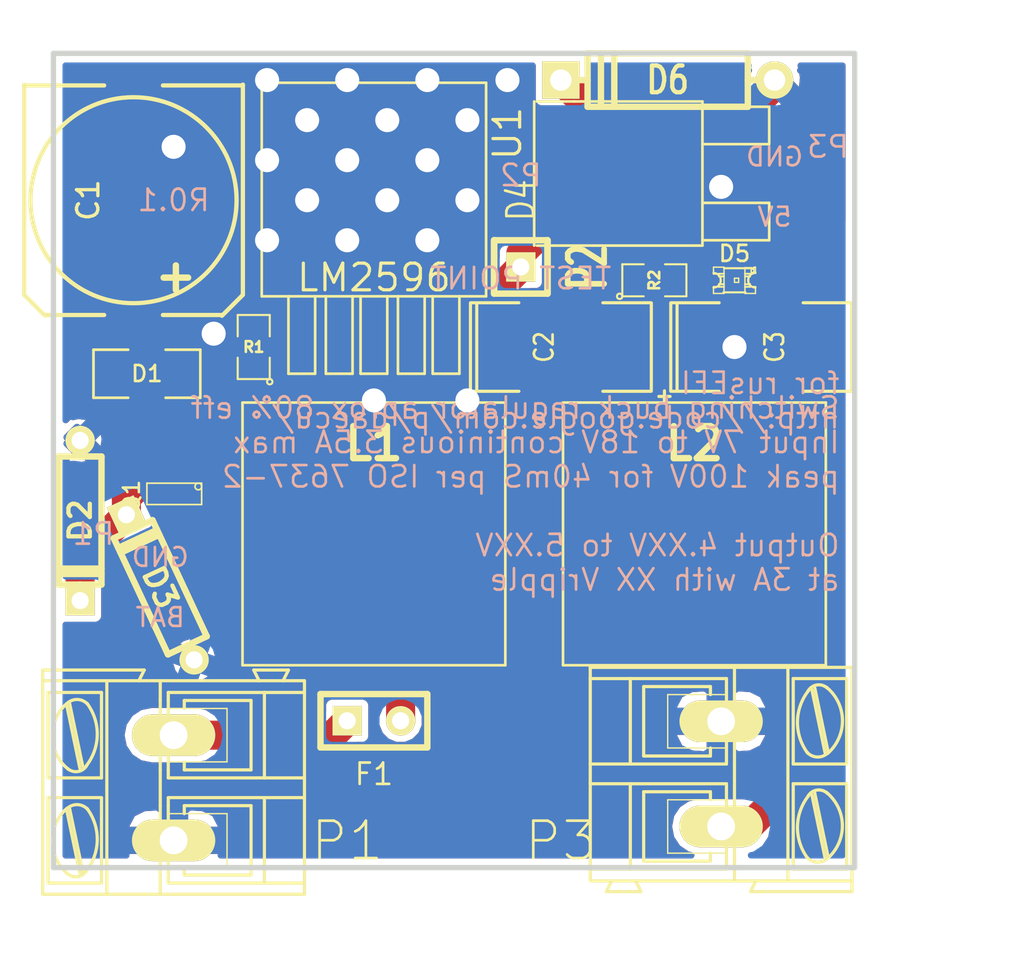
<source format=kicad_pcb>
(kicad_pcb (version 3) (host pcbnew "(2013-07-07 BZR 4022)-stable")

  (general
    (links 34)
    (no_connects 0)
    (area 160.02 92.71 212.697787 141.986)
    (thickness 1.6002)
    (drawings 16)
    (tracks 108)
    (zones 0)
    (modules 19)
    (nets 10)
  )

  (page A)
  (title_block 
    (title "PWR buck 12V switcher regulator")
    (rev "R 0.1")
    (company http://code.google.com/p/daecu/)
  )

  (layers
    (15 Front-ext signal)
    (0 Back-ext signal)
    (16 B.Adhes user)
    (17 F.Adhes user)
    (18 B.Paste user)
    (19 F.Paste user)
    (20 B.SilkS user hide)
    (21 F.SilkS user)
    (22 B.Mask user)
    (23 F.Mask user hide)
    (24 Dwgs.User user)
    (25 Cmts.User user)
    (26 Eco1.User user)
    (27 Eco2.User user)
    (28 Edge.Cuts user)
  )

  (setup
    (last_trace_width 0.2032)
    (user_trace_width 0.254)
    (user_trace_width 0.39116)
    (user_trace_width 0.508)
    (user_trace_width 0.762)
    (user_trace_width 1.38176)
    (user_trace_width 3.6068)
    (user_trace_width 9.3472)
    (trace_clearance 0.1778)
    (zone_clearance 0.3048)
    (zone_45_only no)
    (trace_min 0.1524)
    (segment_width 0.254)
    (edge_width 0.254)
    (via_size 1.016)
    (via_drill 0.508)
    (via_min_size 1.016)
    (via_min_drill 0.508)
    (user_via 1.016 0.508)
    (user_via 1.651 1.143)
    (user_via 3.6322 0.31242)
    (uvia_size 0.762)
    (uvia_drill 0.254)
    (uvias_allowed no)
    (uvia_min_size 0.762)
    (uvia_min_drill 0.254)
    (pcb_text_width 0.4318)
    (pcb_text_size 1.524 2.032)
    (mod_edge_width 0.09906)
    (mod_text_size 1.524 1.524)
    (mod_text_width 0.254)
    (pad_size 0.35052 0.70104)
    (pad_drill 0)
    (pad_to_mask_clearance 0.254)
    (aux_axis_origin 0 0)
    (visible_elements 7FFFFB3F)
    (pcbplotparams
      (layerselection 284983297)
      (usegerberextensions true)
      (excludeedgelayer true)
      (linewidth 0.150000)
      (plotframeref false)
      (viasonmask false)
      (mode 1)
      (useauxorigin false)
      (hpglpennumber 1)
      (hpglpenspeed 20)
      (hpglpendiameter 15)
      (hpglpenoverlay 0)
      (psnegative false)
      (psa4output false)
      (plotreference true)
      (plotvalue true)
      (plotothertext true)
      (plotinvisibletext false)
      (padsonsilk false)
      (subtractmaskfromsilk false)
      (outputformat 1)
      (mirror false)
      (drillshape 0)
      (scaleselection 1)
      (outputdirectory gerber/))
  )

  (net 0 "")
  (net 1 /5V-REG)
  (net 2 /FB)
  (net 3 /OUT)
  (net 4 /VBAT)
  (net 5 /Vf)
  (net 6 /Vin)
  (net 7 GND)
  (net 8 N-000001)
  (net 9 N-000007)

  (net_class Default "This is the default net class."
    (clearance 0.1778)
    (trace_width 0.2032)
    (via_dia 1.016)
    (via_drill 0.508)
    (uvia_dia 0.762)
    (uvia_drill 0.254)
    (add_net "")
    (add_net N-000001)
    (add_net N-000007)
  )

  (net_class "10A EXT" ""
    (clearance 0.254)
    (trace_width 3.6068)
    (via_dia 3.6322)
    (via_drill 3.1242)
    (uvia_dia 0.762)
    (uvia_drill 0.254)
  )

  (net_class "10A INT" ""
    (clearance 0.254)
    (trace_width 9.3472)
    (via_dia 3.6322)
    (via_drill 3.1242)
    (uvia_dia 0.762)
    (uvia_drill 0.254)
  )

  (net_class "10A INT MOD" ""
    (clearance 0.254)
    (trace_width 0.254)
    (via_dia 1.016)
    (via_drill 0.508)
    (uvia_dia 0.762)
    (uvia_drill 0.254)
  )

  (net_class "1A EXT" ""
    (clearance 0.254)
    (trace_width 0.254)
    (via_dia 1.016)
    (via_drill 0.508)
    (uvia_dia 0.762)
    (uvia_drill 0.254)
  )

  (net_class "1A INT" ""
    (clearance 0.254)
    (trace_width 0.39116)
    (via_dia 1.016)
    (via_drill 0.508)
    (uvia_dia 0.762)
    (uvia_drill 0.254)
  )

  (net_class "5A EXT" ""
    (clearance 0.1524)
    (trace_width 1.38176)
    (via_dia 1.651)
    (via_drill 1.143)
    (uvia_dia 0.762)
    (uvia_drill 0.254)
    (add_net /5V-REG)
    (add_net /FB)
    (add_net /OUT)
    (add_net /VBAT)
    (add_net /Vf)
    (add_net /Vin)
    (add_net GND)
  )

  (net_class "5A INT" ""
    (clearance 0.254)
    (trace_width 3.6068)
    (via_dia 1.651)
    (via_drill 1.143)
    (uvia_dia 0.762)
    (uvia_drill 0.254)
  )

  (module SM2512 (layer Front-ext) (tedit 533B6F0C) (tstamp 533AADF1)
    (at 186.69 109.22)
    (tags "CMS SM")
    (path /5129417C)
    (attr smd)
    (fp_text reference C2 (at -0.8001 0 90) (layer F.SilkS)
      (effects (font (size 0.889 0.762) (thickness 0.127)))
    )
    (fp_text value 220uF (at 0.89916 0 90) (layer F.SilkS) hide
      (effects (font (size 0.889 0.762) (thickness 0.127)))
    )
    (fp_line (start -3.99956 -2.10058) (end -3.99956 2.10058) (layer F.SilkS) (width 0.14986))
    (fp_text user + (at -4.59994 2.30124) (layer F.SilkS)
      (effects (font (size 0.7 0.7) (thickness 0.15)))
    )
    (fp_line (start -4.30022 -2.10058) (end -4.30022 2.10058) (layer F.SilkS) (width 0.14986))
    (fp_line (start 4.30022 -2.10058) (end 4.30022 2.10058) (layer F.SilkS) (width 0.14986))
    (fp_line (start 1.99644 2.10566) (end 4.28244 2.10566) (layer F.SilkS) (width 0.14986))
    (fp_line (start 4.28244 -2.10566) (end 1.99644 -2.10566) (layer F.SilkS) (width 0.14986))
    (fp_line (start -1.99898 -2.10566) (end -4.28498 -2.10566) (layer F.SilkS) (width 0.14986))
    (fp_line (start -4.28244 2.10566) (end -1.99644 2.10566) (layer F.SilkS) (width 0.14986))
    (pad 1 smd rect (at -2.99974 0) (size 1.99898 2.99974)
      (layers Front-ext F.Paste F.Mask)
      (net 7 GND)
    )
    (pad 2 smd rect (at 2.99974 0) (size 1.99898 2.99974)
      (layers Front-ext F.Paste F.Mask)
      (net 2 /FB)
    )
    (model smd\chip_smd_pol_wide.wrl
      (at (xyz 0 0 0))
      (scale (xyz 0.35 0.35 0.35))
      (rotate (xyz 0 0 0))
    )
  )

  (module SM2512 (layer Front-ext) (tedit 533B6F18) (tstamp 533AADFF)
    (at 196.215 109.22)
    (tags "CMS SM")
    (path /52C4CD1A)
    (attr smd)
    (fp_text reference C3 (at 0.635 0 90) (layer F.SilkS)
      (effects (font (size 0.889 0.762) (thickness 0.127)))
    )
    (fp_text value 220uF (at 0.89916 0 90) (layer F.SilkS) hide
      (effects (font (size 0.889 0.762) (thickness 0.127)))
    )
    (fp_line (start -3.99956 -2.10058) (end -3.99956 2.10058) (layer F.SilkS) (width 0.14986))
    (fp_text user + (at -4.59994 2.30124) (layer F.SilkS)
      (effects (font (size 0.7 0.7) (thickness 0.15)))
    )
    (fp_line (start -4.30022 -2.10058) (end -4.30022 2.10058) (layer F.SilkS) (width 0.14986))
    (fp_line (start 4.30022 -2.10058) (end 4.30022 2.10058) (layer F.SilkS) (width 0.14986))
    (fp_line (start 1.99644 2.10566) (end 4.28244 2.10566) (layer F.SilkS) (width 0.14986))
    (fp_line (start 4.28244 -2.10566) (end 1.99644 -2.10566) (layer F.SilkS) (width 0.14986))
    (fp_line (start -1.99898 -2.10566) (end -4.28498 -2.10566) (layer F.SilkS) (width 0.14986))
    (fp_line (start -4.28244 2.10566) (end -1.99644 2.10566) (layer F.SilkS) (width 0.14986))
    (pad 1 smd rect (at -2.99974 0) (size 1.99898 2.99974)
      (layers Front-ext F.Paste F.Mask)
      (net 7 GND)
    )
    (pad 2 smd rect (at 2.99974 0) (size 1.99898 2.99974)
      (layers Front-ext F.Paste F.Mask)
      (net 1 /5V-REG)
    )
    (model smd\chip_smd_pol_wide.wrl
      (at (xyz 0 0 0))
      (scale (xyz 0.35 0.35 0.35))
      (rotate (xyz 0 0 0))
    )
  )

  (module SM100uH (layer Front-ext) (tedit 533B6F22) (tstamp 533AAE09)
    (at 177.8 118.11)
    (path /512921EB)
    (fp_text reference L1 (at 0 -4.2926) (layer F.SilkS)
      (effects (font (size 1.524 1.524) (thickness 0.3048)))
    )
    (fp_text value 38uH (at 0.0254 4.8514) (layer F.SilkS) hide
      (effects (font (size 1.524 1.524) (thickness 0.3048)))
    )
    (fp_line (start 6.2484 6.2484) (end -6.2484 6.2484) (layer F.SilkS) (width 0.127))
    (fp_line (start -6.2484 6.2484) (end -6.2484 -6.2484) (layer F.SilkS) (width 0.127))
    (fp_line (start -6.2484 -6.2484) (end 6.2484 -6.2484) (layer F.SilkS) (width 0.127))
    (fp_line (start 6.2484 -6.2484) (end 6.2484 6.2484) (layer F.SilkS) (width 0.127))
    (pad 1 smd rect (at -4.97586 0) (size 3.85064 5.4991)
      (layers Front-ext F.Paste F.Mask)
      (net 3 /OUT)
    )
    (pad 2 smd rect (at 4.97586 0) (size 3.85064 5.4991)
      (layers Front-ext F.Paste F.Mask)
      (net 2 /FB)
    )
    (model smd/self_cms_we-pd3.wrl
      (at (xyz 0 0 0))
      (scale (xyz 1 1 1))
      (rotate (xyz 0 0 0))
    )
  )

  (module SM100uH (layer Front-ext) (tedit 533B6F1E) (tstamp 533AAE13)
    (at 193.04 118.11)
    (path /52C4CD12)
    (fp_text reference L2 (at 0 -4.2926) (layer F.SilkS)
      (effects (font (size 1.524 1.524) (thickness 0.3048)))
    )
    (fp_text value 38uH (at 0.0254 4.8514) (layer F.SilkS) hide
      (effects (font (size 1.524 1.524) (thickness 0.3048)))
    )
    (fp_line (start 6.2484 6.2484) (end -6.2484 6.2484) (layer F.SilkS) (width 0.127))
    (fp_line (start -6.2484 6.2484) (end -6.2484 -6.2484) (layer F.SilkS) (width 0.127))
    (fp_line (start -6.2484 -6.2484) (end 6.2484 -6.2484) (layer F.SilkS) (width 0.127))
    (fp_line (start 6.2484 -6.2484) (end 6.2484 6.2484) (layer F.SilkS) (width 0.127))
    (pad 1 smd rect (at -4.97586 0) (size 3.85064 5.4991)
      (layers Front-ext F.Paste F.Mask)
      (net 2 /FB)
    )
    (pad 2 smd rect (at 4.97586 0) (size 3.85064 5.4991)
      (layers Front-ext F.Paste F.Mask)
      (net 1 /5V-REG)
    )
    (model smd/self_cms_we-pd3.wrl
      (at (xyz 0 0 0))
      (scale (xyz 1 1 1))
      (rotate (xyz 0 0 0))
    )
  )

  (module SM0805 (layer Front-ext) (tedit 533B6FA0) (tstamp 533AAE20)
    (at 191.135 106.045)
    (path /512925E9)
    (attr smd)
    (fp_text reference R2 (at 0 0 90) (layer F.SilkS)
      (effects (font (size 0.508 0.508) (thickness 0.127)))
    )
    (fp_text value 1k (at 0 0.381) (layer F.SilkS) hide
      (effects (font (size 0.50038 0.50038) (thickness 0.10922)))
    )
    (fp_circle (center -1.651 0.762) (end -1.651 0.635) (layer F.SilkS) (width 0.09906))
    (fp_line (start -0.508 0.762) (end -1.524 0.762) (layer F.SilkS) (width 0.09906))
    (fp_line (start -1.524 0.762) (end -1.524 -0.762) (layer F.SilkS) (width 0.09906))
    (fp_line (start -1.524 -0.762) (end -0.508 -0.762) (layer F.SilkS) (width 0.09906))
    (fp_line (start 0.508 -0.762) (end 1.524 -0.762) (layer F.SilkS) (width 0.09906))
    (fp_line (start 1.524 -0.762) (end 1.524 0.762) (layer F.SilkS) (width 0.09906))
    (fp_line (start 1.524 0.762) (end 0.508 0.762) (layer F.SilkS) (width 0.09906))
    (pad 1 smd rect (at -0.9525 0) (size 0.889 1.397)
      (layers Front-ext F.Paste F.Mask)
      (net 2 /FB)
    )
    (pad 2 smd rect (at 0.9525 0) (size 0.889 1.397)
      (layers Front-ext F.Paste F.Mask)
      (net 9 N-000007)
    )
    (model smd/chip_cms.wrl
      (at (xyz 0 0 0))
      (scale (xyz 0.1 0.1 0.1))
      (rotate (xyz 0 0 0))
    )
  )

  (module LED-0805 (layer Front-ext) (tedit 533B6EE7) (tstamp 533AAE5B)
    (at 194.945 106.045)
    (descr "LED 0805 smd package")
    (tags "LED 0805 SMD")
    (path /5129222C)
    (attr smd)
    (fp_text reference D5 (at 0 -1.27) (layer F.SilkS)
      (effects (font (size 0.762 0.762) (thickness 0.127)))
    )
    (fp_text value GREEN (at 0 1.27) (layer F.SilkS) hide
      (effects (font (size 0.762 0.762) (thickness 0.127)))
    )
    (fp_line (start 0.49784 0.29972) (end 0.49784 0.62484) (layer F.SilkS) (width 0.06604))
    (fp_line (start 0.49784 0.62484) (end 0.99822 0.62484) (layer F.SilkS) (width 0.06604))
    (fp_line (start 0.99822 0.29972) (end 0.99822 0.62484) (layer F.SilkS) (width 0.06604))
    (fp_line (start 0.49784 0.29972) (end 0.99822 0.29972) (layer F.SilkS) (width 0.06604))
    (fp_line (start 0.49784 -0.32258) (end 0.49784 -0.17272) (layer F.SilkS) (width 0.06604))
    (fp_line (start 0.49784 -0.17272) (end 0.7493 -0.17272) (layer F.SilkS) (width 0.06604))
    (fp_line (start 0.7493 -0.32258) (end 0.7493 -0.17272) (layer F.SilkS) (width 0.06604))
    (fp_line (start 0.49784 -0.32258) (end 0.7493 -0.32258) (layer F.SilkS) (width 0.06604))
    (fp_line (start 0.49784 0.17272) (end 0.49784 0.32258) (layer F.SilkS) (width 0.06604))
    (fp_line (start 0.49784 0.32258) (end 0.7493 0.32258) (layer F.SilkS) (width 0.06604))
    (fp_line (start 0.7493 0.17272) (end 0.7493 0.32258) (layer F.SilkS) (width 0.06604))
    (fp_line (start 0.49784 0.17272) (end 0.7493 0.17272) (layer F.SilkS) (width 0.06604))
    (fp_line (start 0.49784 -0.19812) (end 0.49784 0.19812) (layer F.SilkS) (width 0.06604))
    (fp_line (start 0.49784 0.19812) (end 0.6731 0.19812) (layer F.SilkS) (width 0.06604))
    (fp_line (start 0.6731 -0.19812) (end 0.6731 0.19812) (layer F.SilkS) (width 0.06604))
    (fp_line (start 0.49784 -0.19812) (end 0.6731 -0.19812) (layer F.SilkS) (width 0.06604))
    (fp_line (start -0.99822 0.29972) (end -0.99822 0.62484) (layer F.SilkS) (width 0.06604))
    (fp_line (start -0.99822 0.62484) (end -0.49784 0.62484) (layer F.SilkS) (width 0.06604))
    (fp_line (start -0.49784 0.29972) (end -0.49784 0.62484) (layer F.SilkS) (width 0.06604))
    (fp_line (start -0.99822 0.29972) (end -0.49784 0.29972) (layer F.SilkS) (width 0.06604))
    (fp_line (start -0.99822 -0.62484) (end -0.99822 -0.29972) (layer F.SilkS) (width 0.06604))
    (fp_line (start -0.99822 -0.29972) (end -0.49784 -0.29972) (layer F.SilkS) (width 0.06604))
    (fp_line (start -0.49784 -0.62484) (end -0.49784 -0.29972) (layer F.SilkS) (width 0.06604))
    (fp_line (start -0.99822 -0.62484) (end -0.49784 -0.62484) (layer F.SilkS) (width 0.06604))
    (fp_line (start -0.7493 0.17272) (end -0.7493 0.32258) (layer F.SilkS) (width 0.06604))
    (fp_line (start -0.7493 0.32258) (end -0.49784 0.32258) (layer F.SilkS) (width 0.06604))
    (fp_line (start -0.49784 0.17272) (end -0.49784 0.32258) (layer F.SilkS) (width 0.06604))
    (fp_line (start -0.7493 0.17272) (end -0.49784 0.17272) (layer F.SilkS) (width 0.06604))
    (fp_line (start -0.7493 -0.32258) (end -0.7493 -0.17272) (layer F.SilkS) (width 0.06604))
    (fp_line (start -0.7493 -0.17272) (end -0.49784 -0.17272) (layer F.SilkS) (width 0.06604))
    (fp_line (start -0.49784 -0.32258) (end -0.49784 -0.17272) (layer F.SilkS) (width 0.06604))
    (fp_line (start -0.7493 -0.32258) (end -0.49784 -0.32258) (layer F.SilkS) (width 0.06604))
    (fp_line (start -0.6731 -0.19812) (end -0.6731 0.19812) (layer F.SilkS) (width 0.06604))
    (fp_line (start -0.6731 0.19812) (end -0.49784 0.19812) (layer F.SilkS) (width 0.06604))
    (fp_line (start -0.49784 -0.19812) (end -0.49784 0.19812) (layer F.SilkS) (width 0.06604))
    (fp_line (start -0.6731 -0.19812) (end -0.49784 -0.19812) (layer F.SilkS) (width 0.06604))
    (fp_line (start 0 -0.09906) (end 0 0.09906) (layer F.SilkS) (width 0.06604))
    (fp_line (start 0 0.09906) (end 0.19812 0.09906) (layer F.SilkS) (width 0.06604))
    (fp_line (start 0.19812 -0.09906) (end 0.19812 0.09906) (layer F.SilkS) (width 0.06604))
    (fp_line (start 0 -0.09906) (end 0.19812 -0.09906) (layer F.SilkS) (width 0.06604))
    (fp_line (start 0.49784 -0.59944) (end 0.49784 -0.29972) (layer F.SilkS) (width 0.06604))
    (fp_line (start 0.49784 -0.29972) (end 0.79756 -0.29972) (layer F.SilkS) (width 0.06604))
    (fp_line (start 0.79756 -0.59944) (end 0.79756 -0.29972) (layer F.SilkS) (width 0.06604))
    (fp_line (start 0.49784 -0.59944) (end 0.79756 -0.59944) (layer F.SilkS) (width 0.06604))
    (fp_line (start 0.92456 -0.62484) (end 0.92456 -0.39878) (layer F.SilkS) (width 0.06604))
    (fp_line (start 0.92456 -0.39878) (end 0.99822 -0.39878) (layer F.SilkS) (width 0.06604))
    (fp_line (start 0.99822 -0.62484) (end 0.99822 -0.39878) (layer F.SilkS) (width 0.06604))
    (fp_line (start 0.92456 -0.62484) (end 0.99822 -0.62484) (layer F.SilkS) (width 0.06604))
    (fp_line (start 0.52324 0.57404) (end -0.52324 0.57404) (layer F.SilkS) (width 0.1016))
    (fp_line (start -0.49784 -0.57404) (end 0.92456 -0.57404) (layer F.SilkS) (width 0.1016))
    (fp_circle (center 0.84836 -0.44958) (end 0.89916 -0.50038) (layer F.SilkS) (width 0.0508))
    (fp_arc (start 0.99822 0) (end 0.99822 0.34798) (angle 180) (layer F.SilkS) (width 0.1016))
    (fp_arc (start -0.99822 0) (end -0.99822 -0.34798) (angle 180) (layer F.SilkS) (width 0.1016))
    (pad 1 smd rect (at -1.04902 0) (size 1.19888 1.19888)
      (layers Front-ext F.Paste F.Mask)
      (net 9 N-000007)
    )
    (pad 2 smd rect (at 1.04902 0) (size 1.19888 1.19888)
      (layers Front-ext F.Paste F.Mask)
      (net 7 GND)
    )
  )

  (module DPAK5 (layer Front-ext) (tedit 533B6F57) (tstamp 533AAE79)
    (at 177.8 109.22)
    (tags "CMS DPACK")
    (path /52C4CA58)
    (fp_text reference U1 (at 6.35 -10.16 90) (layer F.SilkS)
      (effects (font (size 1.27 1.27) (thickness 0.1524)))
    )
    (fp_text value LM2596 (at 0 -3.302) (layer F.SilkS)
      (effects (font (size 1.27 1.27) (thickness 0.1524)))
    )
    (fp_line (start 2.794 -2.413) (end 2.794 1.27) (layer F.SilkS) (width 0.127))
    (fp_line (start 2.794 1.27) (end 4.064 1.27) (layer F.SilkS) (width 0.127))
    (fp_line (start 4.064 1.27) (end 4.064 -2.413) (layer F.SilkS) (width 0.127))
    (fp_line (start 1.143 -2.413) (end 1.143 1.27) (layer F.SilkS) (width 0.127))
    (fp_line (start 1.143 1.27) (end 2.413 1.27) (layer F.SilkS) (width 0.127))
    (fp_line (start 2.413 1.27) (end 2.413 -2.413) (layer F.SilkS) (width 0.127))
    (fp_line (start -0.635 -2.413) (end -0.635 1.27) (layer F.SilkS) (width 0.127))
    (fp_line (start -0.635 1.27) (end 0.635 1.27) (layer F.SilkS) (width 0.127))
    (fp_line (start 0.635 1.27) (end 0.635 -2.413) (layer F.SilkS) (width 0.127))
    (fp_line (start -2.286 -2.413) (end -2.286 1.27) (layer F.SilkS) (width 0.127))
    (fp_line (start -2.286 1.27) (end -1.143 1.27) (layer F.SilkS) (width 0.127))
    (fp_line (start -1.143 1.27) (end -1.016 1.27) (layer F.SilkS) (width 0.127))
    (fp_line (start -1.016 1.27) (end -1.016 -2.413) (layer F.SilkS) (width 0.127))
    (fp_line (start -4.064 -2.413) (end -4.064 1.27) (layer F.SilkS) (width 0.127))
    (fp_line (start -4.064 1.27) (end -2.794 1.27) (layer F.SilkS) (width 0.127))
    (fp_line (start -2.794 1.27) (end -2.794 -2.413) (layer F.SilkS) (width 0.127))
    (fp_line (start -5.334 -2.413) (end 5.334 -2.413) (layer F.SilkS) (width 0.127))
    (fp_line (start 5.334 -2.413) (end 5.334 -12.573) (layer F.SilkS) (width 0.127))
    (fp_line (start 5.334 -12.573) (end -5.334 -12.573) (layer F.SilkS) (width 0.127))
    (fp_line (start -5.334 -12.573) (end -5.334 -2.413) (layer F.SilkS) (width 0.127))
    (pad 1 smd rect (at -3.4036 0) (size 1.0668 2.286)
      (layers Front-ext F.Paste F.Mask)
      (net 4 /VBAT)
    )
    (pad 3 smd rect (at 0 -8.763) (size 10.668 8.89)
      (layers Front-ext F.Paste F.Mask)
      (net 7 GND)
    )
    (pad 3 smd rect (at 0 0) (size 1.0668 2.286)
      (layers Front-ext F.Paste F.Mask)
      (net 7 GND)
    )
    (pad 2 smd rect (at -1.7018 0) (size 1.0668 2.286)
      (layers Front-ext F.Paste F.Mask)
      (net 3 /OUT)
    )
    (pad 4 smd rect (at 1.7018 0) (size 1.0668 2.286)
      (layers Front-ext F.Paste F.Mask)
      (net 2 /FB)
    )
    (pad 5 smd rect (at 3.4036 0) (size 1.0668 2.286)
      (layers Front-ext F.Paste F.Mask)
      (net 7 GND)
    )
    (model smd/dpack_5.wrl
      (at (xyz 0 0 0))
      (scale (xyz 1 1 1))
      (rotate (xyz 0 0 0))
    )
  )

  (module DPAK2 (layer Front-ext) (tedit 533B7023) (tstamp 533B125E)
    (at 194.945 100.965 90)
    (descr "MOS boitier DPACK G-D-S")
    (tags "CMD DPACK")
    (path /52C4CE0F)
    (attr smd)
    (fp_text reference D4 (at -1.27 -10.16 90) (layer F.SilkS)
      (effects (font (size 1.27 1.016) (thickness 0.127)))
    )
    (fp_text value SCHDPAK (at 0 -2.413 90) (layer F.SilkS) hide
      (effects (font (size 1.016 1.016) (thickness 0.2032)))
    )
    (fp_line (start 1.397 -1.524) (end 1.397 1.651) (layer F.SilkS) (width 0.127))
    (fp_line (start 1.397 1.651) (end 3.175 1.651) (layer F.SilkS) (width 0.127))
    (fp_line (start 3.175 1.651) (end 3.175 -1.524) (layer F.SilkS) (width 0.127))
    (fp_line (start -3.175 -1.524) (end -3.175 1.651) (layer F.SilkS) (width 0.127))
    (fp_line (start -3.175 1.651) (end -1.397 1.651) (layer F.SilkS) (width 0.127))
    (fp_line (start -1.397 1.651) (end -1.397 -1.524) (layer F.SilkS) (width 0.127))
    (fp_line (start 3.429 -7.62) (end 3.429 -1.524) (layer F.SilkS) (width 0.127))
    (fp_line (start 3.429 -1.524) (end -3.429 -1.524) (layer F.SilkS) (width 0.127))
    (fp_line (start -3.429 -1.524) (end -3.429 -9.398) (layer F.SilkS) (width 0.127))
    (fp_line (start -3.429 -9.525) (end 3.429 -9.525) (layer F.SilkS) (width 0.127))
    (fp_line (start 3.429 -9.398) (end 3.429 -7.62) (layer F.SilkS) (width 0.127))
    (pad 1 smd rect (at -2.286 0 90) (size 1.651 3.048)
      (layers Front-ext F.Paste F.Mask)
      (net 7 GND)
    )
    (pad 2 smd rect (at 0 -6.35 90) (size 6.096 6.096)
      (layers Front-ext F.Paste F.Mask)
      (net 3 /OUT)
    )
    (pad 3 smd rect (at 2.286 0 90) (size 1.651 3.048)
      (layers Front-ext F.Paste F.Mask)
      (net 7 GND)
    )
    (model smd/dpack_2.wrl
      (at (xyz 0 0 0))
      (scale (xyz 1 1 1))
      (rotate (xyz 0 0 0))
    )
  )

  (module SMDSVP10 (layer Front-ext) (tedit 533B6F35) (tstamp 533A91F4)
    (at 166.37 102.235 90)
    (path /51297942)
    (attr smd)
    (fp_text reference C1 (at 0 -2.159 90) (layer F.SilkS)
      (effects (font (size 1.016 1.00076) (thickness 0.15748)))
    )
    (fp_text value "470uF 25V" (at 0 2.79908 90) (layer F.SilkS) hide
      (effects (font (size 1.016 1.00076) (thickness 0.2032)))
    )
    (fp_line (start -5.461 4.191) (end -5.461 1.397) (layer F.SilkS) (width 0.2032))
    (fp_line (start -5.461 -4.191) (end -5.461 -1.397) (layer F.SilkS) (width 0.2032))
    (fp_line (start 5.461 5.207) (end 5.461 1.397) (layer F.SilkS) (width 0.2032))
    (fp_line (start 5.461 -5.207) (end 5.461 -1.397) (layer F.SilkS) (width 0.2032))
    (fp_text user + (at -3.683 1.905 90) (layer F.SilkS)
      (effects (font (size 1.524 1.524) (thickness 0.3048)))
    )
    (fp_circle (center 0 0) (end 4.89966 0) (layer F.SilkS) (width 0.2032))
    (fp_line (start 5.4991 -5.19938) (end -4.50088 -5.19938) (layer F.SilkS) (width 0.2032))
    (fp_line (start -4.50088 -5.19938) (end -5.4991 -4.20116) (layer F.SilkS) (width 0.2032))
    (fp_line (start -5.4991 4.20116) (end -4.50088 5.19938) (layer F.SilkS) (width 0.2032))
    (fp_line (start -4.50088 5.19938) (end 5.4991 5.19938) (layer F.SilkS) (width 0.2032))
    (pad 1 smd rect (at -4.39928 0 90) (size 4.39928 1.89992)
      (layers Front-ext F.Paste F.Mask)
      (net 4 /VBAT)
    )
    (pad 2 smd rect (at 4.30022 0 90) (size 4.39928 1.89992)
      (layers Front-ext F.Paste F.Mask)
      (net 7 GND)
    )
    (model smd\capacitors\c_elec_10x10_5.wrl
      (at (xyz 0 0 0.001))
      (scale (xyz 1 1 1))
      (rotate (xyz 0 0 0))
    )
  )

  (module SM0805 (layer Front-ext) (tedit 533B6F99) (tstamp 533A9B6E)
    (at 172.085 109.22 90)
    (path /533A08F3)
    (attr smd)
    (fp_text reference R1 (at 0 0 180) (layer F.SilkS)
      (effects (font (size 0.508 0.508) (thickness 0.127)))
    )
    (fp_text value 1k (at 0 0.381 90) (layer F.SilkS) hide
      (effects (font (size 0.50038 0.50038) (thickness 0.10922)))
    )
    (fp_circle (center -1.651 0.762) (end -1.651 0.635) (layer F.SilkS) (width 0.09906))
    (fp_line (start -0.508 0.762) (end -1.524 0.762) (layer F.SilkS) (width 0.09906))
    (fp_line (start -1.524 0.762) (end -1.524 -0.762) (layer F.SilkS) (width 0.09906))
    (fp_line (start -1.524 -0.762) (end -0.508 -0.762) (layer F.SilkS) (width 0.09906))
    (fp_line (start 0.508 -0.762) (end 1.524 -0.762) (layer F.SilkS) (width 0.09906))
    (fp_line (start 1.524 -0.762) (end 1.524 0.762) (layer F.SilkS) (width 0.09906))
    (fp_line (start 1.524 0.762) (end 0.508 0.762) (layer F.SilkS) (width 0.09906))
    (pad 1 smd rect (at -0.9525 0 90) (size 0.889 1.397)
      (layers Front-ext F.Paste F.Mask)
      (net 8 N-000001)
    )
    (pad 2 smd rect (at 0.9525 0 90) (size 0.889 1.397)
      (layers Front-ext F.Paste F.Mask)
      (net 7 GND)
    )
    (model smd/chip_cms.wrl
      (at (xyz 0 0 0))
      (scale (xyz 0.1 0.1 0.1))
      (rotate (xyz 0 0 0))
    )
  )

  (module SIL-1 (layer Front-ext) (tedit 533B6F3D) (tstamp 533AADCB)
    (at 184.785 105.41 90)
    (descr "Connecteurs 1 pin")
    (tags "CONN DEV")
    (path /519D13C2)
    (fp_text reference P2 (at 0 3.175 90) (layer F.SilkS)
      (effects (font (size 1.72974 1.08712) (thickness 0.27178)))
    )
    (fp_text value CONN_1 (at 0 -2.54 90) (layer F.SilkS) hide
      (effects (font (size 1.524 1.016) (thickness 0.254)))
    )
    (fp_line (start -1.27 1.27) (end 1.27 1.27) (layer F.SilkS) (width 0.3175))
    (fp_line (start -1.27 -1.27) (end 1.27 -1.27) (layer F.SilkS) (width 0.3175))
    (fp_line (start -1.27 1.27) (end -1.27 -1.27) (layer F.SilkS) (width 0.3048))
    (fp_line (start 1.27 -1.27) (end 1.27 1.27) (layer F.SilkS) (width 0.3048))
    (pad 1 thru_hole rect (at 0 0 90) (size 1.397 1.397) (drill 0.8128)
      (layers *.Cu *.Mask F.SilkS)
      (net 3 /OUT)
    )
  )

  (module SM1206 (layer Front-ext) (tedit 42806E24) (tstamp 533C27B9)
    (at 167.005 110.49 180)
    (path /533A08FB)
    (attr smd)
    (fp_text reference D1 (at 0 0 180) (layer F.SilkS)
      (effects (font (size 0.762 0.762) (thickness 0.127)))
    )
    (fp_text value ZENERSMALL (at 0 0 180) (layer F.SilkS) hide
      (effects (font (size 0.762 0.762) (thickness 0.127)))
    )
    (fp_line (start -2.54 -1.143) (end -2.54 1.143) (layer F.SilkS) (width 0.127))
    (fp_line (start -2.54 1.143) (end -0.889 1.143) (layer F.SilkS) (width 0.127))
    (fp_line (start 0.889 -1.143) (end 2.54 -1.143) (layer F.SilkS) (width 0.127))
    (fp_line (start 2.54 -1.143) (end 2.54 1.143) (layer F.SilkS) (width 0.127))
    (fp_line (start 2.54 1.143) (end 0.889 1.143) (layer F.SilkS) (width 0.127))
    (fp_line (start -0.889 -1.143) (end -2.54 -1.143) (layer F.SilkS) (width 0.127))
    (pad 1 smd rect (at -1.651 0 180) (size 1.524 2.032)
      (layers Front-ext F.Paste F.Mask)
      (net 8 N-000001)
    )
    (pad 2 smd rect (at 1.651 0 180) (size 1.524 2.032)
      (layers Front-ext F.Paste F.Mask)
      (net 4 /VBAT)
    )
    (model smd/chip_cms.wrl
      (at (xyz 0 0 0))
      (scale (xyz 0.17 0.16 0.16))
      (rotate (xyz 0 0 0))
    )
  )

  (module SOT23 (layer Front-ext) (tedit 533B6FCD) (tstamp 533BF37F)
    (at 168.275 116.205 180)
    (tags SOT23)
    (path /52C6272D)
    (fp_text reference Q1 (at 1.99898 -0.09906 270) (layer F.SilkS)
      (effects (font (size 0.762 0.762) (thickness 0.11938)))
    )
    (fp_text value MOS_PRO (at 0.0635 0 180) (layer F.SilkS) hide
      (effects (font (size 0.50038 0.50038) (thickness 0.09906)))
    )
    (fp_circle (center -1.17602 0.35052) (end -1.30048 0.44958) (layer F.SilkS) (width 0.07874))
    (fp_line (start 1.27 -0.508) (end 1.27 0.508) (layer F.SilkS) (width 0.07874))
    (fp_line (start -1.3335 -0.508) (end -1.3335 0.508) (layer F.SilkS) (width 0.07874))
    (fp_line (start 1.27 0.508) (end -1.3335 0.508) (layer F.SilkS) (width 0.07874))
    (fp_line (start -1.3335 -0.508) (end 1.27 -0.508) (layer F.SilkS) (width 0.07874))
    (pad 3 smd rect (at 0 -1.09982 180) (size 0.8001 1.00076)
      (layers Front-ext F.Paste F.Mask)
      (net 5 /Vf)
    )
    (pad 2 smd rect (at 0.9525 1.09982 180) (size 0.8001 1.00076)
      (layers Front-ext F.Paste F.Mask)
      (net 4 /VBAT)
    )
    (pad 1 smd rect (at -0.9525 1.09982 180) (size 0.8001 1.00076)
      (layers Front-ext F.Paste F.Mask)
      (net 8 N-000001)
    )
    (model smd\SOT23_3.wrl
      (at (xyz 0 0 0))
      (scale (xyz 0.4 0.4 0.4))
      (rotate (xyz 0 0 180))
    )
  )

  (module D4 (layer Front-ext) (tedit 200000) (tstamp 533C26A0)
    (at 191.77 96.52 180)
    (descr "Diode 4 pas")
    (tags "DIODE DEV")
    (path /533B6631)
    (fp_text reference D6 (at 0 0 180) (layer F.SilkS)
      (effects (font (size 1.27 1.016) (thickness 0.2032)))
    )
    (fp_text value DIODESCH (at 0 0 180) (layer F.SilkS) hide
      (effects (font (size 1.27 1.016) (thickness 0.2032)))
    )
    (fp_line (start -3.81 -1.27) (end 3.81 -1.27) (layer F.SilkS) (width 0.3048))
    (fp_line (start 3.81 -1.27) (end 3.81 1.27) (layer F.SilkS) (width 0.3048))
    (fp_line (start 3.81 1.27) (end -3.81 1.27) (layer F.SilkS) (width 0.3048))
    (fp_line (start -3.81 1.27) (end -3.81 -1.27) (layer F.SilkS) (width 0.3048))
    (fp_line (start 3.175 -1.27) (end 3.175 1.27) (layer F.SilkS) (width 0.3048))
    (fp_line (start 2.54 1.27) (end 2.54 -1.27) (layer F.SilkS) (width 0.3048))
    (fp_line (start -3.81 0) (end -5.08 0) (layer F.SilkS) (width 0.3048))
    (fp_line (start 3.81 0) (end 5.08 0) (layer F.SilkS) (width 0.3048))
    (pad 1 thru_hole circle (at -5.08 0 180) (size 1.778 1.778) (drill 1.016)
      (layers *.Cu *.Mask F.SilkS)
      (net 7 GND)
    )
    (pad 2 thru_hole rect (at 5.08 0 180) (size 1.778 1.778) (drill 1.016)
      (layers *.Cu *.Mask F.SilkS)
      (net 3 /OUT)
    )
    (model discret/diode.wrl
      (at (xyz 0 0 0))
      (scale (xyz 0.4 0.4 0.4))
      (rotate (xyz 0 0 0))
    )
  )

  (module AK300-2 (layer Front-ext) (tedit 5341B905) (tstamp 533B1242)
    (at 168.275 130.175 90)
    (descr CONNECTOR)
    (tags CONNECTOR)
    (path /512A09C3)
    (attr virtual)
    (fp_text reference P1 (at -2.54 8.255 180) (layer F.SilkS)
      (effects (font (size 1.778 1.778) (thickness 0.127)))
    )
    (fp_text value CONN_2 (at 0.254 7.747 90) (layer F.SilkS) hide
      (effects (font (size 1.778 1.778) (thickness 0.0889)))
    )
    (fp_line (start -3.7846 2.54) (end -1.2446 2.54) (layer F.SilkS) (width 0.06604))
    (fp_line (start -1.2446 2.54) (end -1.2446 -0.254) (layer F.SilkS) (width 0.06604))
    (fp_line (start -3.7846 -0.254) (end -1.2446 -0.254) (layer F.SilkS) (width 0.06604))
    (fp_line (start -3.7846 2.54) (end -3.7846 -0.254) (layer F.SilkS) (width 0.06604))
    (fp_line (start 1.2192 2.54) (end 3.7592 2.54) (layer F.SilkS) (width 0.06604))
    (fp_line (start 3.7592 2.54) (end 3.7592 -0.254) (layer F.SilkS) (width 0.06604))
    (fp_line (start 1.2192 -0.254) (end 3.7592 -0.254) (layer F.SilkS) (width 0.06604))
    (fp_line (start 1.2192 2.54) (end 1.2192 -0.254) (layer F.SilkS) (width 0.06604))
    (fp_line (start 5.08 -6.223) (end 5.08 -3.175) (layer F.SilkS) (width 0.1524))
    (fp_line (start 5.08 -6.223) (end -5.08 -6.223) (layer F.SilkS) (width 0.1524))
    (fp_line (start 5.08 -6.223) (end 5.588 -6.223) (layer F.SilkS) (width 0.1524))
    (fp_line (start 5.588 -6.223) (end 5.588 -1.397) (layer F.SilkS) (width 0.1524))
    (fp_line (start 5.588 -1.397) (end 5.08 -1.651) (layer F.SilkS) (width 0.1524))
    (fp_line (start 5.588 5.461) (end 5.08 5.207) (layer F.SilkS) (width 0.1524))
    (fp_line (start 5.08 5.207) (end 5.08 6.223) (layer F.SilkS) (width 0.1524))
    (fp_line (start 5.588 3.81) (end 5.08 4.064) (layer F.SilkS) (width 0.1524))
    (fp_line (start 5.08 4.064) (end 5.08 5.207) (layer F.SilkS) (width 0.1524))
    (fp_line (start 5.588 3.81) (end 5.588 5.461) (layer F.SilkS) (width 0.1524))
    (fp_line (start 0.4572 6.223) (end 0.4572 4.318) (layer F.SilkS) (width 0.1524))
    (fp_line (start 4.5212 -0.254) (end 4.5212 4.318) (layer F.SilkS) (width 0.1524))
    (fp_line (start 0.4572 6.223) (end 4.5212 6.223) (layer F.SilkS) (width 0.1524))
    (fp_line (start 4.5212 6.223) (end 5.08 6.223) (layer F.SilkS) (width 0.1524))
    (fp_line (start -0.4826 6.223) (end -0.4826 4.318) (layer F.SilkS) (width 0.1524))
    (fp_line (start -0.4826 6.223) (end 0.4572 6.223) (layer F.SilkS) (width 0.1524))
    (fp_line (start -4.5466 -0.254) (end -4.5466 4.318) (layer F.SilkS) (width 0.1524))
    (fp_line (start -5.08 6.223) (end -4.5466 6.223) (layer F.SilkS) (width 0.1524))
    (fp_line (start -4.5466 6.223) (end -0.4826 6.223) (layer F.SilkS) (width 0.1524))
    (fp_line (start 0.4572 4.318) (end 4.5212 4.318) (layer F.SilkS) (width 0.1524))
    (fp_line (start 0.4572 4.318) (end 0.4572 -0.254) (layer F.SilkS) (width 0.1524))
    (fp_line (start 4.5212 4.318) (end 4.5212 6.223) (layer F.SilkS) (width 0.1524))
    (fp_line (start -0.4826 4.318) (end -4.5466 4.318) (layer F.SilkS) (width 0.1524))
    (fp_line (start -0.4826 4.318) (end -0.4826 -0.254) (layer F.SilkS) (width 0.1524))
    (fp_line (start -4.5466 4.318) (end -4.5466 6.223) (layer F.SilkS) (width 0.1524))
    (fp_line (start 4.1402 3.683) (end 4.1402 0.508) (layer F.SilkS) (width 0.1524))
    (fp_line (start 4.1402 3.683) (end 0.8382 3.683) (layer F.SilkS) (width 0.1524))
    (fp_line (start 0.8382 3.683) (end 0.8382 0.508) (layer F.SilkS) (width 0.1524))
    (fp_line (start -0.8636 3.683) (end -0.8636 0.508) (layer F.SilkS) (width 0.1524))
    (fp_line (start -0.8636 3.683) (end -4.1656 3.683) (layer F.SilkS) (width 0.1524))
    (fp_line (start -4.1656 3.683) (end -4.1656 0.508) (layer F.SilkS) (width 0.1524))
    (fp_line (start -4.1656 0.508) (end -3.7846 0.508) (layer F.SilkS) (width 0.1524))
    (fp_line (start -0.8636 0.508) (end -1.2446 0.508) (layer F.SilkS) (width 0.1524))
    (fp_line (start 0.8382 0.508) (end 1.2192 0.508) (layer F.SilkS) (width 0.1524))
    (fp_line (start 4.1402 0.508) (end 3.7592 0.508) (layer F.SilkS) (width 0.1524))
    (fp_line (start -5.08 6.223) (end -5.08 -0.635) (layer F.SilkS) (width 0.1524))
    (fp_line (start -5.08 -0.635) (end -5.08 -3.175) (layer F.SilkS) (width 0.1524))
    (fp_line (start 5.08 -1.651) (end 5.08 -0.635) (layer F.SilkS) (width 0.1524))
    (fp_line (start 5.08 -0.635) (end 5.08 4.064) (layer F.SilkS) (width 0.1524))
    (fp_line (start -5.08 -3.175) (end 5.08 -3.175) (layer F.SilkS) (width 0.1524))
    (fp_line (start -5.08 -3.175) (end -5.08 -6.223) (layer F.SilkS) (width 0.1524))
    (fp_line (start 5.08 -3.175) (end 5.08 -1.651) (layer F.SilkS) (width 0.1524))
    (fp_line (start 0.4572 -3.429) (end 0.4572 -5.969) (layer F.SilkS) (width 0.1524))
    (fp_line (start 0.4572 -5.969) (end 4.5212 -5.969) (layer F.SilkS) (width 0.1524))
    (fp_line (start 4.5212 -5.969) (end 4.5212 -3.429) (layer F.SilkS) (width 0.1524))
    (fp_line (start 4.5212 -3.429) (end 0.4572 -3.429) (layer F.SilkS) (width 0.1524))
    (fp_line (start -0.4826 -3.429) (end -0.4826 -5.969) (layer F.SilkS) (width 0.1524))
    (fp_line (start -0.4826 -3.429) (end -4.5466 -3.429) (layer F.SilkS) (width 0.1524))
    (fp_line (start -4.5466 -3.429) (end -4.5466 -5.969) (layer F.SilkS) (width 0.1524))
    (fp_line (start -0.4826 -5.969) (end -4.5466 -5.969) (layer F.SilkS) (width 0.1524))
    (fp_line (start 0.8636 -4.445) (end 3.9116 -5.08) (layer F.SilkS) (width 0.1524))
    (fp_line (start 0.9906 -4.318) (end 4.0386 -4.953) (layer F.SilkS) (width 0.1524))
    (fp_line (start -4.1402 -4.445) (end -1.08966 -5.08) (layer F.SilkS) (width 0.1524))
    (fp_line (start -4.0132 -4.318) (end -0.9652 -4.953) (layer F.SilkS) (width 0.1524))
    (fp_line (start -4.5466 -0.254) (end -4.1656 -0.254) (layer F.SilkS) (width 0.1524))
    (fp_line (start -0.4826 -0.254) (end -0.8636 -0.254) (layer F.SilkS) (width 0.1524))
    (fp_line (start -0.8636 -0.254) (end -4.1656 -0.254) (layer F.SilkS) (width 0.1524))
    (fp_line (start -5.08 -0.635) (end -4.1656 -0.635) (layer F.SilkS) (width 0.1524))
    (fp_line (start -4.1656 -0.635) (end -0.8636 -0.635) (layer F.SilkS) (width 0.1524))
    (fp_line (start -0.8636 -0.635) (end 0.8382 -0.635) (layer F.SilkS) (width 0.1524))
    (fp_line (start 5.08 -0.635) (end 4.1402 -0.635) (layer F.SilkS) (width 0.1524))
    (fp_line (start 4.1402 -0.635) (end 0.8382 -0.635) (layer F.SilkS) (width 0.1524))
    (fp_line (start 4.5212 -0.254) (end 4.1402 -0.254) (layer F.SilkS) (width 0.1524))
    (fp_line (start 0.4572 -0.254) (end 0.8382 -0.254) (layer F.SilkS) (width 0.1524))
    (fp_line (start 0.8382 -0.254) (end 4.1402 -0.254) (layer F.SilkS) (width 0.1524))
    (fp_arc (start 3.5052 -4.59486) (end 4.01066 -5.05206) (angle 90.5) (layer F.SilkS) (width 0.1524))
    (fp_arc (start 2.54 -6.0706) (end 4.00304 -4.11734) (angle 75.5) (layer F.SilkS) (width 0.1524))
    (fp_arc (start 2.46126 -3.7084) (end 0.8636 -5.0038) (angle 100) (layer F.SilkS) (width 0.1524))
    (fp_arc (start 1.3462 -4.64566) (end 1.05664 -4.1275) (angle 104.2) (layer F.SilkS) (width 0.1524))
    (fp_arc (start -1.4986 -4.59486) (end -0.9906 -5.05206) (angle 90.5) (layer F.SilkS) (width 0.1524))
    (fp_arc (start -2.46126 -6.0706) (end -0.99822 -4.11734) (angle 75.5) (layer F.SilkS) (width 0.1524))
    (fp_arc (start -2.53746 -3.7084) (end -4.1402 -5.0038) (angle 100) (layer F.SilkS) (width 0.1524))
    (fp_arc (start -3.6576 -4.64566) (end -3.94462 -4.1275) (angle 104.2) (layer F.SilkS) (width 0.1524))
    (pad 1 thru_hole oval (at -2.5146 0 90) (size 1.9812 3.9624) (drill 1.3208)
      (layers *.Cu F.Paste F.SilkS F.Mask)
      (net 7 GND)
    )
    (pad 2 thru_hole oval (at 2.4892 0 90) (size 1.9812 3.9624) (drill 1.3208)
      (layers *.Cu F.Paste F.SilkS F.Mask)
      (net 6 /Vin)
    )
  )

  (module AK300-2 (layer Front-ext) (tedit 5341B90A) (tstamp 533B124C)
    (at 194.31 129.54 270)
    (descr CONNECTOR)
    (tags CONNECTOR)
    (path /5129333C)
    (attr virtual)
    (fp_text reference P3 (at 3.175 7.62 360) (layer F.SilkS)
      (effects (font (size 1.778 1.778) (thickness 0.127)))
    )
    (fp_text value CONN_2 (at 0.254 7.747 270) (layer F.SilkS) hide
      (effects (font (size 1.778 1.778) (thickness 0.0889)))
    )
    (fp_line (start -3.7846 2.54) (end -1.2446 2.54) (layer F.SilkS) (width 0.06604))
    (fp_line (start -1.2446 2.54) (end -1.2446 -0.254) (layer F.SilkS) (width 0.06604))
    (fp_line (start -3.7846 -0.254) (end -1.2446 -0.254) (layer F.SilkS) (width 0.06604))
    (fp_line (start -3.7846 2.54) (end -3.7846 -0.254) (layer F.SilkS) (width 0.06604))
    (fp_line (start 1.2192 2.54) (end 3.7592 2.54) (layer F.SilkS) (width 0.06604))
    (fp_line (start 3.7592 2.54) (end 3.7592 -0.254) (layer F.SilkS) (width 0.06604))
    (fp_line (start 1.2192 -0.254) (end 3.7592 -0.254) (layer F.SilkS) (width 0.06604))
    (fp_line (start 1.2192 2.54) (end 1.2192 -0.254) (layer F.SilkS) (width 0.06604))
    (fp_line (start 5.08 -6.223) (end 5.08 -3.175) (layer F.SilkS) (width 0.1524))
    (fp_line (start 5.08 -6.223) (end -5.08 -6.223) (layer F.SilkS) (width 0.1524))
    (fp_line (start 5.08 -6.223) (end 5.588 -6.223) (layer F.SilkS) (width 0.1524))
    (fp_line (start 5.588 -6.223) (end 5.588 -1.397) (layer F.SilkS) (width 0.1524))
    (fp_line (start 5.588 -1.397) (end 5.08 -1.651) (layer F.SilkS) (width 0.1524))
    (fp_line (start 5.588 5.461) (end 5.08 5.207) (layer F.SilkS) (width 0.1524))
    (fp_line (start 5.08 5.207) (end 5.08 6.223) (layer F.SilkS) (width 0.1524))
    (fp_line (start 5.588 3.81) (end 5.08 4.064) (layer F.SilkS) (width 0.1524))
    (fp_line (start 5.08 4.064) (end 5.08 5.207) (layer F.SilkS) (width 0.1524))
    (fp_line (start 5.588 3.81) (end 5.588 5.461) (layer F.SilkS) (width 0.1524))
    (fp_line (start 0.4572 6.223) (end 0.4572 4.318) (layer F.SilkS) (width 0.1524))
    (fp_line (start 4.5212 -0.254) (end 4.5212 4.318) (layer F.SilkS) (width 0.1524))
    (fp_line (start 0.4572 6.223) (end 4.5212 6.223) (layer F.SilkS) (width 0.1524))
    (fp_line (start 4.5212 6.223) (end 5.08 6.223) (layer F.SilkS) (width 0.1524))
    (fp_line (start -0.4826 6.223) (end -0.4826 4.318) (layer F.SilkS) (width 0.1524))
    (fp_line (start -0.4826 6.223) (end 0.4572 6.223) (layer F.SilkS) (width 0.1524))
    (fp_line (start -4.5466 -0.254) (end -4.5466 4.318) (layer F.SilkS) (width 0.1524))
    (fp_line (start -5.08 6.223) (end -4.5466 6.223) (layer F.SilkS) (width 0.1524))
    (fp_line (start -4.5466 6.223) (end -0.4826 6.223) (layer F.SilkS) (width 0.1524))
    (fp_line (start 0.4572 4.318) (end 4.5212 4.318) (layer F.SilkS) (width 0.1524))
    (fp_line (start 0.4572 4.318) (end 0.4572 -0.254) (layer F.SilkS) (width 0.1524))
    (fp_line (start 4.5212 4.318) (end 4.5212 6.223) (layer F.SilkS) (width 0.1524))
    (fp_line (start -0.4826 4.318) (end -4.5466 4.318) (layer F.SilkS) (width 0.1524))
    (fp_line (start -0.4826 4.318) (end -0.4826 -0.254) (layer F.SilkS) (width 0.1524))
    (fp_line (start -4.5466 4.318) (end -4.5466 6.223) (layer F.SilkS) (width 0.1524))
    (fp_line (start 4.1402 3.683) (end 4.1402 0.508) (layer F.SilkS) (width 0.1524))
    (fp_line (start 4.1402 3.683) (end 0.8382 3.683) (layer F.SilkS) (width 0.1524))
    (fp_line (start 0.8382 3.683) (end 0.8382 0.508) (layer F.SilkS) (width 0.1524))
    (fp_line (start -0.8636 3.683) (end -0.8636 0.508) (layer F.SilkS) (width 0.1524))
    (fp_line (start -0.8636 3.683) (end -4.1656 3.683) (layer F.SilkS) (width 0.1524))
    (fp_line (start -4.1656 3.683) (end -4.1656 0.508) (layer F.SilkS) (width 0.1524))
    (fp_line (start -4.1656 0.508) (end -3.7846 0.508) (layer F.SilkS) (width 0.1524))
    (fp_line (start -0.8636 0.508) (end -1.2446 0.508) (layer F.SilkS) (width 0.1524))
    (fp_line (start 0.8382 0.508) (end 1.2192 0.508) (layer F.SilkS) (width 0.1524))
    (fp_line (start 4.1402 0.508) (end 3.7592 0.508) (layer F.SilkS) (width 0.1524))
    (fp_line (start -5.08 6.223) (end -5.08 -0.635) (layer F.SilkS) (width 0.1524))
    (fp_line (start -5.08 -0.635) (end -5.08 -3.175) (layer F.SilkS) (width 0.1524))
    (fp_line (start 5.08 -1.651) (end 5.08 -0.635) (layer F.SilkS) (width 0.1524))
    (fp_line (start 5.08 -0.635) (end 5.08 4.064) (layer F.SilkS) (width 0.1524))
    (fp_line (start -5.08 -3.175) (end 5.08 -3.175) (layer F.SilkS) (width 0.1524))
    (fp_line (start -5.08 -3.175) (end -5.08 -6.223) (layer F.SilkS) (width 0.1524))
    (fp_line (start 5.08 -3.175) (end 5.08 -1.651) (layer F.SilkS) (width 0.1524))
    (fp_line (start 0.4572 -3.429) (end 0.4572 -5.969) (layer F.SilkS) (width 0.1524))
    (fp_line (start 0.4572 -5.969) (end 4.5212 -5.969) (layer F.SilkS) (width 0.1524))
    (fp_line (start 4.5212 -5.969) (end 4.5212 -3.429) (layer F.SilkS) (width 0.1524))
    (fp_line (start 4.5212 -3.429) (end 0.4572 -3.429) (layer F.SilkS) (width 0.1524))
    (fp_line (start -0.4826 -3.429) (end -0.4826 -5.969) (layer F.SilkS) (width 0.1524))
    (fp_line (start -0.4826 -3.429) (end -4.5466 -3.429) (layer F.SilkS) (width 0.1524))
    (fp_line (start -4.5466 -3.429) (end -4.5466 -5.969) (layer F.SilkS) (width 0.1524))
    (fp_line (start -0.4826 -5.969) (end -4.5466 -5.969) (layer F.SilkS) (width 0.1524))
    (fp_line (start 0.8636 -4.445) (end 3.9116 -5.08) (layer F.SilkS) (width 0.1524))
    (fp_line (start 0.9906 -4.318) (end 4.0386 -4.953) (layer F.SilkS) (width 0.1524))
    (fp_line (start -4.1402 -4.445) (end -1.08966 -5.08) (layer F.SilkS) (width 0.1524))
    (fp_line (start -4.0132 -4.318) (end -0.9652 -4.953) (layer F.SilkS) (width 0.1524))
    (fp_line (start -4.5466 -0.254) (end -4.1656 -0.254) (layer F.SilkS) (width 0.1524))
    (fp_line (start -0.4826 -0.254) (end -0.8636 -0.254) (layer F.SilkS) (width 0.1524))
    (fp_line (start -0.8636 -0.254) (end -4.1656 -0.254) (layer F.SilkS) (width 0.1524))
    (fp_line (start -5.08 -0.635) (end -4.1656 -0.635) (layer F.SilkS) (width 0.1524))
    (fp_line (start -4.1656 -0.635) (end -0.8636 -0.635) (layer F.SilkS) (width 0.1524))
    (fp_line (start -0.8636 -0.635) (end 0.8382 -0.635) (layer F.SilkS) (width 0.1524))
    (fp_line (start 5.08 -0.635) (end 4.1402 -0.635) (layer F.SilkS) (width 0.1524))
    (fp_line (start 4.1402 -0.635) (end 0.8382 -0.635) (layer F.SilkS) (width 0.1524))
    (fp_line (start 4.5212 -0.254) (end 4.1402 -0.254) (layer F.SilkS) (width 0.1524))
    (fp_line (start 0.4572 -0.254) (end 0.8382 -0.254) (layer F.SilkS) (width 0.1524))
    (fp_line (start 0.8382 -0.254) (end 4.1402 -0.254) (layer F.SilkS) (width 0.1524))
    (fp_arc (start 3.5052 -4.59486) (end 4.01066 -5.05206) (angle 90.5) (layer F.SilkS) (width 0.1524))
    (fp_arc (start 2.54 -6.0706) (end 4.00304 -4.11734) (angle 75.5) (layer F.SilkS) (width 0.1524))
    (fp_arc (start 2.46126 -3.7084) (end 0.8636 -5.0038) (angle 100) (layer F.SilkS) (width 0.1524))
    (fp_arc (start 1.3462 -4.64566) (end 1.05664 -4.1275) (angle 104.2) (layer F.SilkS) (width 0.1524))
    (fp_arc (start -1.4986 -4.59486) (end -0.9906 -5.05206) (angle 90.5) (layer F.SilkS) (width 0.1524))
    (fp_arc (start -2.46126 -6.0706) (end -0.99822 -4.11734) (angle 75.5) (layer F.SilkS) (width 0.1524))
    (fp_arc (start -2.53746 -3.7084) (end -4.1402 -5.0038) (angle 100) (layer F.SilkS) (width 0.1524))
    (fp_arc (start -3.6576 -4.64566) (end -3.94462 -4.1275) (angle 104.2) (layer F.SilkS) (width 0.1524))
    (pad 1 thru_hole oval (at -2.5146 0 270) (size 1.9812 3.9624) (drill 1.3208)
      (layers *.Cu F.Paste F.SilkS F.Mask)
      (net 7 GND)
    )
    (pad 2 thru_hole oval (at 2.4892 0 270) (size 1.9812 3.9624) (drill 1.3208)
      (layers *.Cu F.Paste F.SilkS F.Mask)
      (net 1 /5V-REG)
    )
  )

  (module D3 (layer Front-ext) (tedit 200000) (tstamp 533A9BD0)
    (at 167.64 120.65 115)
    (descr "Diode 3 pas")
    (tags "DIODE DEV")
    (path /52C60732)
    (fp_text reference D3 (at 0 0 115) (layer F.SilkS)
      (effects (font (size 1.016 1.016) (thickness 0.2032)))
    )
    (fp_text value TVS (at 0 0 115) (layer F.SilkS) hide
      (effects (font (size 1.016 1.016) (thickness 0.2032)))
    )
    (fp_line (start 3.81 0) (end 3.048 0) (layer F.SilkS) (width 0.3048))
    (fp_line (start 3.048 0) (end 3.048 -1.016) (layer F.SilkS) (width 0.3048))
    (fp_line (start 3.048 -1.016) (end -3.048 -1.016) (layer F.SilkS) (width 0.3048))
    (fp_line (start -3.048 -1.016) (end -3.048 0) (layer F.SilkS) (width 0.3048))
    (fp_line (start -3.048 0) (end -3.81 0) (layer F.SilkS) (width 0.3048))
    (fp_line (start -3.048 0) (end -3.048 1.016) (layer F.SilkS) (width 0.3048))
    (fp_line (start -3.048 1.016) (end 3.048 1.016) (layer F.SilkS) (width 0.3048))
    (fp_line (start 3.048 1.016) (end 3.048 0) (layer F.SilkS) (width 0.3048))
    (fp_line (start 2.54 -1.016) (end 2.54 1.016) (layer F.SilkS) (width 0.3048))
    (fp_line (start 2.286 1.016) (end 2.286 -1.016) (layer F.SilkS) (width 0.3048))
    (pad 2 thru_hole rect (at 3.81 0 115) (size 1.397 1.397) (drill 0.8128)
      (layers *.Cu *.Mask F.SilkS)
      (net 4 /VBAT)
    )
    (pad 1 thru_hole circle (at -3.81 0 115) (size 1.397 1.397) (drill 0.8128)
      (layers *.Cu *.Mask F.SilkS)
      (net 7 GND)
    )
    (model discret/diode.wrl
      (at (xyz 0 0 0))
      (scale (xyz 0.3 0.3 0.3))
      (rotate (xyz 0 0 0))
    )
  )

  (module D3 (layer Front-ext) (tedit 200000) (tstamp 533AADE3)
    (at 163.83 117.475 270)
    (descr "Diode 3 pas")
    (tags "DIODE DEV")
    (path /52C61746)
    (fp_text reference D2 (at 0 0 270) (layer F.SilkS)
      (effects (font (size 1.016 1.016) (thickness 0.2032)))
    )
    (fp_text value TVS (at 0 0 270) (layer F.SilkS) hide
      (effects (font (size 1.016 1.016) (thickness 0.2032)))
    )
    (fp_line (start 3.81 0) (end 3.048 0) (layer F.SilkS) (width 0.3048))
    (fp_line (start 3.048 0) (end 3.048 -1.016) (layer F.SilkS) (width 0.3048))
    (fp_line (start 3.048 -1.016) (end -3.048 -1.016) (layer F.SilkS) (width 0.3048))
    (fp_line (start -3.048 -1.016) (end -3.048 0) (layer F.SilkS) (width 0.3048))
    (fp_line (start -3.048 0) (end -3.81 0) (layer F.SilkS) (width 0.3048))
    (fp_line (start -3.048 0) (end -3.048 1.016) (layer F.SilkS) (width 0.3048))
    (fp_line (start -3.048 1.016) (end 3.048 1.016) (layer F.SilkS) (width 0.3048))
    (fp_line (start 3.048 1.016) (end 3.048 0) (layer F.SilkS) (width 0.3048))
    (fp_line (start 2.54 -1.016) (end 2.54 1.016) (layer F.SilkS) (width 0.3048))
    (fp_line (start 2.286 1.016) (end 2.286 -1.016) (layer F.SilkS) (width 0.3048))
    (pad 2 thru_hole rect (at 3.81 0 270) (size 1.397 1.397) (drill 0.8128)
      (layers *.Cu *.Mask F.SilkS)
      (net 4 /VBAT)
    )
    (pad 1 thru_hole circle (at -3.81 0 270) (size 1.397 1.397) (drill 0.8128)
      (layers *.Cu *.Mask F.SilkS)
      (net 7 GND)
    )
    (model discret/diode.wrl
      (at (xyz 0 0 0))
      (scale (xyz 0.3 0.3 0.3))
      (rotate (xyz 0 0 0))
    )
  )

  (module SIL-2 (layer Front-ext) (tedit 5341B91B) (tstamp 533A9201)
    (at 177.8 127)
    (descr "Connecteurs 2 pins")
    (tags "CONN DEV")
    (path /533A8E21)
    (fp_text reference F1 (at 0 2.54) (layer F.SilkS)
      (effects (font (size 1.016 1.016) (thickness 0.127)))
    )
    (fp_text value 3.5A (at 0 -2.54) (layer F.SilkS) hide
      (effects (font (size 1.524 1.016) (thickness 0.3048)))
    )
    (fp_line (start -2.54 1.27) (end -2.54 -1.27) (layer F.SilkS) (width 0.3048))
    (fp_line (start -2.54 -1.27) (end 2.54 -1.27) (layer F.SilkS) (width 0.3048))
    (fp_line (start 2.54 -1.27) (end 2.54 1.27) (layer F.SilkS) (width 0.3048))
    (fp_line (start 2.54 1.27) (end -2.54 1.27) (layer F.SilkS) (width 0.3048))
    (pad 1 thru_hole rect (at -1.27 0) (size 1.397 1.397) (drill 0.8128)
      (layers *.Cu *.Mask F.SilkS)
      (net 6 /Vin)
    )
    (pad 2 thru_hole circle (at 1.27 0) (size 1.397 1.397) (drill 0.8128)
      (layers *.Cu *.Mask F.SilkS)
      (net 5 /Vf)
    )
  )

  (dimension 38.1 (width 0.381) (layer Cmts.User)
    (gr_text "1.5000 in" (at 181.61 140.207999) (layer Cmts.User)
      (effects (font (size 2.032 1.524) (thickness 0.381)))
    )
    (feature1 (pts (xy 162.56 134.62) (xy 162.56 141.985999)))
    (feature2 (pts (xy 200.66 134.62) (xy 200.66 141.985999)))
    (crossbar (pts (xy 200.66 138.429999) (xy 162.56 138.429999)))
    (arrow1a (pts (xy 162.56 138.429999) (xy 163.686503 137.843579)))
    (arrow1b (pts (xy 162.56 138.429999) (xy 163.686503 139.016419)))
    (arrow2a (pts (xy 200.66 138.429999) (xy 199.533497 137.843579)))
    (arrow2b (pts (xy 200.66 138.429999) (xy 199.533497 139.016419)))
  )
  (dimension 38.735 (width 0.381) (layer Cmts.User)
    (gr_text "1.5250 in" (at 206.882999 114.6175 270) (layer Cmts.User)
      (effects (font (size 2.032 1.524) (thickness 0.381)))
    )
    (feature1 (pts (xy 201.295 133.985) (xy 208.660999 133.985)))
    (feature2 (pts (xy 201.295 95.25) (xy 208.660999 95.25)))
    (crossbar (pts (xy 205.104999 95.25) (xy 205.104999 133.985)))
    (arrow1a (pts (xy 205.104999 133.985) (xy 204.518579 132.858497)))
    (arrow1b (pts (xy 205.104999 133.985) (xy 205.691419 132.858497)))
    (arrow2a (pts (xy 205.104999 95.25) (xy 204.518579 96.376503)))
    (arrow2b (pts (xy 205.104999 95.25) (xy 205.691419 96.376503)))
  )
  (gr_line (start 162.56 125.095) (end 162.56 133.985) (angle 90) (layer Edge.Cuts) (width 0.254))
  (gr_line (start 200.66 125.095) (end 200.66 133.985) (angle 90) (layer Edge.Cuts) (width 0.254))
  (gr_text "GND\n\n5V" (at 196.85 101.6) (layer B.SilkS)
    (effects (font (size 0.889 0.889) (thickness 0.127)) (justify mirror))
  )
  (gr_text "GND\n\nBAT" (at 167.64 120.65) (layer B.SilkS)
    (effects (font (size 0.889 0.889) (thickness 0.127)) (justify mirror))
  )
  (gr_text "Switching buck regulator aprox 80% eff\nInput 7V to 18V continious 3.5A max\npeak 100V for 40mS per ISO 7637-2\n\nOutput 4.XXV to 5.XXV \nat 3A with XX Vripple " (at 200.025 116.205) (layer B.SilkS)
    (effects (font (size 1.016 1.016) (thickness 0.127)) (justify left mirror))
  )
  (gr_text "for rusEFI\nhttp://code.google.com/p/daecu/\n" (at 200.025 111.76) (layer B.SilkS)
    (effects (font (size 1.016 1.016) (thickness 0.127)) (justify left mirror))
  )
  (gr_text R0.1 (at 168.275 102.235) (layer B.SilkS)
    (effects (font (size 1.016 1.016) (thickness 0.127)) (justify mirror))
  )
  (gr_text P3 (at 199.39 99.695) (layer B.SilkS)
    (effects (font (size 1.016 1.016) (thickness 0.127)) (justify mirror))
  )
  (gr_text "P2\n\n\nTEST POINT" (at 184.785 103.505) (layer B.SilkS)
    (effects (font (size 1.016 1.016) (thickness 0.127)) (justify mirror))
  )
  (gr_text P1 (at 164.465 118.11) (layer B.SilkS)
    (effects (font (size 1.016 1.016) (thickness 0.127)) (justify mirror))
  )
  (gr_line (start 162.56 95.25) (end 200.66 95.25) (angle 90) (layer Edge.Cuts) (width 0.254))
  (gr_line (start 200.66 133.985) (end 162.56 133.985) (angle 90) (layer Edge.Cuts) (width 0.254))
  (gr_line (start 200.66 95.25) (end 200.66 125.095) (angle 90) (layer Edge.Cuts) (width 0.254))
  (gr_line (start 162.56 125.095) (end 162.56 95.25) (angle 90) (layer Edge.Cuts) (width 0.254))

  (segment (start 198.01586 118.11) (end 198.01586 129.64414) (width 1.38176) (layer Front-ext) (net 1))
  (segment (start 195.6308 132.0292) (end 194.31 132.0292) (width 1.38176) (layer Front-ext) (net 1) (tstamp 53421151))
  (segment (start 198.01586 129.64414) (end 195.6308 132.0292) (width 1.38176) (layer Front-ext) (net 1) (tstamp 53421150))
  (segment (start 198.01586 118.11) (end 199.21474 116.91112) (width 1.38176) (layer Front-ext) (net 1))
  (segment (start 199.21474 116.91112) (end 199.21474 109.22) (width 1.38176) (layer Front-ext) (net 1) (tstamp 533C2885))
  (segment (start 199.39 104.14) (end 199.21474 104.31526) (width 1.38176) (layer Front-ext) (net 1))
  (segment (start 199.21474 104.31526) (end 199.21474 109.22) (width 1.38176) (layer Front-ext) (net 1) (tstamp 533C2882))
  (segment (start 188.06414 118.11) (end 189.68974 116.4844) (width 1.38176) (layer Front-ext) (net 2))
  (segment (start 189.68974 116.4844) (end 189.68974 109.22) (width 1.38176) (layer Front-ext) (net 2) (tstamp 533C2896))
  (segment (start 190.1825 106.045) (end 189.68974 106.53776) (width 1.38176) (layer Front-ext) (net 2))
  (segment (start 189.68974 106.53776) (end 189.68974 109.22) (width 1.38176) (layer Front-ext) (net 2) (tstamp 533C2893))
  (segment (start 182.77586 118.11) (end 179.5018 114.83594) (width 1.38176) (layer Front-ext) (net 2))
  (segment (start 179.5018 114.83594) (end 179.5018 109.22) (width 1.38176) (layer Front-ext) (net 2) (tstamp 533C288D))
  (segment (start 182.77586 118.11) (end 188.06414 118.11) (width 1.38176) (layer Front-ext) (net 2))
  (segment (start 188.595 100.965) (end 184.785 104.775) (width 1.38176) (layer Front-ext) (net 3))
  (segment (start 184.785 104.775) (end 184.785 105.41) (width 1.38176) (layer Front-ext) (net 3) (tstamp 533C287F))
  (segment (start 184.785 105.41) (end 183.515 106.68) (width 1.38176) (layer Front-ext) (net 3))
  (segment (start 183.515 106.68) (end 176.784 106.68) (width 1.38176) (layer Front-ext) (net 3) (tstamp 533C2878))
  (segment (start 176.784 106.68) (end 176.022 107.442) (width 1.38176) (layer Front-ext) (net 3) (tstamp 533C2879))
  (segment (start 176.022 107.442) (end 176.022 109.1438) (width 1.38176) (layer Front-ext) (net 3) (tstamp 533C287A))
  (segment (start 176.022 109.1438) (end 176.0982 109.22) (width 1.38176) (layer Front-ext) (net 3) (tstamp 533C287B))
  (segment (start 172.82414 118.11) (end 176.0982 114.83594) (width 1.38176) (layer Front-ext) (net 3))
  (segment (start 176.0982 114.83594) (end 176.0982 109.22) (width 1.38176) (layer Front-ext) (net 3) (tstamp 533C2869))
  (segment (start 186.69 96.52) (end 188.595 98.425) (width 1.38176) (layer Front-ext) (net 3))
  (segment (start 188.595 98.425) (end 188.595 100.965) (width 1.38176) (layer Front-ext) (net 3) (tstamp 533C2846))
  (segment (start 167.3225 115.10518) (end 167.3225 114.6175) (width 1.38176) (layer Front-ext) (net 4))
  (segment (start 165.354 112.649) (end 165.354 110.49) (width 1.38176) (layer Front-ext) (net 4) (tstamp 53421157))
  (segment (start 167.3225 114.6175) (end 165.354 112.649) (width 1.38176) (layer Front-ext) (net 4) (tstamp 53421156))
  (segment (start 166.029824 117.196967) (end 166.029824 116.397856) (width 1.38176) (layer Front-ext) (net 4))
  (segment (start 166.029824 116.397856) (end 167.3225 115.10518) (width 1.38176) (layer Front-ext) (net 4) (tstamp 5342114B))
  (segment (start 163.83 121.285) (end 163.83 119.396791) (width 1.38176) (layer Front-ext) (net 4))
  (segment (start 163.83 119.396791) (end 166.029824 117.196967) (width 1.38176) (layer Front-ext) (net 4) (tstamp 53421148))
  (segment (start 174.3964 109.22) (end 174.3964 107.7214) (width 1.38176) (layer Front-ext) (net 4))
  (segment (start 173.30928 106.63428) (end 166.37 106.63428) (width 1.38176) (layer Front-ext) (net 4) (tstamp 533C27CC))
  (segment (start 174.3964 107.7214) (end 173.30928 106.63428) (width 1.38176) (layer Front-ext) (net 4) (tstamp 533C27CB))
  (segment (start 166.37 106.63428) (end 166.37 109.474) (width 1.38176) (layer Front-ext) (net 4))
  (segment (start 166.37 109.474) (end 165.354 110.49) (width 1.38176) (layer Front-ext) (net 4) (tstamp 533C27C8))
  (segment (start 179.07 127) (end 179.07 125.73) (width 1.38176) (layer Front-ext) (net 5))
  (segment (start 168.275 120.015) (end 168.275 117.30482) (width 1.38176) (layer Front-ext) (net 5) (tstamp 53421145))
  (segment (start 171.45 123.19) (end 168.275 120.015) (width 1.38176) (layer Front-ext) (net 5) (tstamp 53421144))
  (segment (start 176.53 123.19) (end 171.45 123.19) (width 1.38176) (layer Front-ext) (net 5) (tstamp 53421143))
  (segment (start 179.07 125.73) (end 176.53 123.19) (width 1.38176) (layer Front-ext) (net 5) (tstamp 53421142))
  (segment (start 168.275 127.6858) (end 175.8442 127.6858) (width 1.38176) (layer Front-ext) (net 6))
  (segment (start 175.8442 127.6858) (end 176.53 127) (width 1.38176) (layer Front-ext) (net 6) (tstamp 5342113F))
  (segment (start 183.69026 109.22) (end 182.245 110.66526) (width 1.38176) (layer Front-ext) (net 7))
  (via (at 182.245 111.76) (size 1.651) (layers Front-ext Back-ext) (net 7))
  (segment (start 182.245 110.66526) (end 182.245 111.76) (width 1.38176) (layer Front-ext) (net 7) (tstamp 533C2857))
  (segment (start 177.8 109.22) (end 177.8 111.76) (width 1.38176) (layer Front-ext) (net 7))
  (via (at 177.8 111.76) (size 1.651) (layers Front-ext Back-ext) (net 7))
  (segment (start 166.37 97.93478) (end 168.13022 99.695) (width 1.38176) (layer Front-ext) (net 7))
  (via (at 168.275 99.695) (size 1.651) (layers Front-ext Back-ext) (net 7))
  (segment (start 168.13022 99.695) (end 168.275 99.695) (width 1.38176) (layer Front-ext) (net 7) (tstamp 533C2842))
  (segment (start 195.99402 106.045) (end 196.215 106.26598) (width 1.38176) (layer Front-ext) (net 7))
  (via (at 194.945 109.22) (size 1.651) (layers Front-ext Back-ext) (net 7))
  (segment (start 194.945 109.22) (end 193.21526 109.22) (width 1.38176) (layer Front-ext) (net 7))
  (segment (start 196.215 107.95) (end 194.945 109.22) (width 1.38176) (layer Front-ext) (net 7) (tstamp 533C283A))
  (segment (start 196.215 106.26598) (end 196.215 107.95) (width 1.38176) (layer Front-ext) (net 7) (tstamp 533C2839))
  (segment (start 194.945 103.251) (end 194.31 102.616) (width 1.38176) (layer Front-ext) (net 7))
  (via (at 194.31 101.6) (size 1.651) (layers Front-ext Back-ext) (net 7))
  (segment (start 194.31 102.616) (end 194.31 101.6) (width 1.38176) (layer Front-ext) (net 7) (tstamp 533C282F))
  (segment (start 194.945 98.679) (end 196.85 96.774) (width 1.38176) (layer Front-ext) (net 7))
  (segment (start 196.85 96.774) (end 196.85 96.52) (width 1.38176) (layer Front-ext) (net 7) (tstamp 533C282C))
  (segment (start 177.8 100.457) (end 173.863 96.52) (width 1.38176) (layer Front-ext) (net 7))
  (segment (start 176.53 104.14) (end 177.8 100.457) (width 1.38176) (layer Front-ext) (net 7) (tstamp 533C282B))
  (via (at 176.53 104.14) (size 1.651) (layers Front-ext Back-ext) (net 7))
  (segment (start 172.72 104.14) (end 176.53 104.14) (width 1.38176) (layer Back-ext) (net 7) (tstamp 533C2827))
  (via (at 172.72 104.14) (size 1.651) (layers Front-ext Back-ext) (net 7))
  (segment (start 172.72 100.33) (end 172.72 104.14) (width 1.38176) (layer Front-ext) (net 7) (tstamp 533C2824))
  (via (at 172.72 100.33) (size 1.651) (layers Front-ext Back-ext) (net 7))
  (segment (start 174.625 102.235) (end 172.72 100.33) (width 1.38176) (layer Back-ext) (net 7) (tstamp 533C2821))
  (via (at 174.625 102.235) (size 1.651) (layers Front-ext Back-ext) (net 7))
  (segment (start 176.53 100.33) (end 174.625 102.235) (width 1.38176) (layer Front-ext) (net 7) (tstamp 533C281E))
  (via (at 176.53 100.33) (size 1.651) (layers Front-ext Back-ext) (net 7))
  (segment (start 178.435 102.235) (end 176.53 100.33) (width 1.38176) (layer Back-ext) (net 7) (tstamp 533C281B))
  (via (at 178.435 102.235) (size 1.651) (layers Front-ext Back-ext) (net 7))
  (segment (start 180.34 104.14) (end 178.435 102.235) (width 1.38176) (layer Front-ext) (net 7) (tstamp 533C2818))
  (via (at 180.34 104.14) (size 1.651) (layers Front-ext Back-ext) (net 7))
  (segment (start 182.245 102.235) (end 180.34 104.14) (width 1.38176) (layer Back-ext) (net 7) (tstamp 533C2815))
  (via (at 182.245 102.235) (size 1.651) (layers Front-ext Back-ext) (net 7))
  (segment (start 180.34 100.33) (end 182.245 102.235) (width 1.38176) (layer Front-ext) (net 7) (tstamp 533C2812))
  (via (at 180.34 100.33) (size 1.651) (layers Front-ext Back-ext) (net 7))
  (segment (start 184.15 96.52) (end 180.34 100.33) (width 1.38176) (layer Back-ext) (net 7) (tstamp 533C280F))
  (via (at 184.15 96.52) (size 1.651) (layers Front-ext Back-ext) (net 7))
  (segment (start 182.245 98.425) (end 184.15 96.52) (width 1.38176) (layer Front-ext) (net 7) (tstamp 533C280C))
  (via (at 182.245 98.425) (size 1.651) (layers Front-ext Back-ext) (net 7))
  (segment (start 180.34 96.52) (end 182.245 98.425) (width 1.38176) (layer Back-ext) (net 7) (tstamp 533C2809))
  (via (at 180.34 96.52) (size 1.651) (layers Front-ext Back-ext) (net 7))
  (segment (start 178.435 98.425) (end 180.34 96.52) (width 1.38176) (layer Front-ext) (net 7) (tstamp 533C2806))
  (via (at 178.435 98.425) (size 1.651) (layers Front-ext Back-ext) (net 7))
  (segment (start 176.53 96.52) (end 178.435 98.425) (width 1.38176) (layer Back-ext) (net 7) (tstamp 533C2803))
  (via (at 176.53 96.52) (size 1.651) (layers Front-ext Back-ext) (net 7))
  (segment (start 174.625 98.425) (end 176.53 96.52) (width 1.38176) (layer Front-ext) (net 7) (tstamp 533C2800))
  (via (at 174.625 98.425) (size 1.651) (layers Front-ext Back-ext) (net 7))
  (segment (start 172.72 96.52) (end 174.625 98.425) (width 1.38176) (layer Back-ext) (net 7) (tstamp 533C27FD))
  (via (at 172.72 96.52) (size 1.651) (layers Front-ext Back-ext) (net 7))
  (segment (start 173.863 96.52) (end 172.72 96.52) (width 1.38176) (layer Front-ext) (net 7) (tstamp 533C27FB))
  (segment (start 183.69026 109.22) (end 182.245 109.22) (width 1.38176) (layer Front-ext) (net 7))
  (segment (start 182.245 109.22) (end 181.2036 109.22) (width 1.38176) (layer Front-ext) (net 7) (tstamp 533C27E7))
  (segment (start 172.085 108.2675) (end 170.4975 108.2675) (width 1.38176) (layer Front-ext) (net 7))
  (via (at 170.18 108.585) (size 1.651) (layers Front-ext Back-ext) (net 7))
  (segment (start 170.4975 108.2675) (end 170.18 108.585) (width 1.38176) (layer Front-ext) (net 7) (tstamp 533C27DB))
  (segment (start 172.085 110.1725) (end 168.9735 110.1725) (width 0.2032) (layer Front-ext) (net 8))
  (segment (start 168.9735 110.1725) (end 168.656 110.49) (width 0.2032) (layer Front-ext) (net 8) (tstamp 533C27BF))
  (segment (start 169.2275 115.10518) (end 169.08018 115.10518) (width 0.2032) (layer Front-ext) (net 8))
  (segment (start 168.275 110.871) (end 168.656 110.49) (width 0.2032) (layer Front-ext) (net 8) (tstamp 533C27BC))
  (segment (start 168.275 114.3) (end 168.275 110.871) (width 0.2032) (layer Front-ext) (net 8) (tstamp 533C27BB))
  (segment (start 169.08018 115.10518) (end 168.275 114.3) (width 0.2032) (layer Front-ext) (net 8) (tstamp 533C27BA))
  (segment (start 193.89598 106.045) (end 192.0875 106.045) (width 0.2032) (layer Front-ext) (net 9))

  (zone (net 7) (net_name GND) (layer Front-ext) (tstamp 533C289A) (hatch edge 0.508)
    (connect_pads (clearance 0.3048))
    (min_thickness 0.3048)
    (fill (arc_segments 16) (thermal_gap 0.3) (thermal_bridge_width 1.38176) (smoothing fillet) (radius 0.508))
    (polygon
      (pts
        (xy 161.29 93.98) (xy 201.93 93.98) (xy 201.93 135.89) (xy 161.29 135.89)
      )
    )
    (filled_polygon
      (pts
        (xy 165.94271 114.86134) (xy 165.218009 115.586041) (xy 164.969136 115.958504) (xy 164.881744 116.397856) (xy 164.881744 116.457064)
        (xy 164.826254 116.48294) (xy 164.703257 116.616933) (xy 164.6409 116.787794) (xy 164.648058 116.955102) (xy 164.290983 117.312177)
        (xy 163.1442 118.458961) (xy 163.1442 114.634482) (xy 163.383123 114.873405) (xy 163.476943 114.779584) (xy 163.908079 114.835846)
        (xy 164.205928 114.7766) (xy 164.290983 114.619898) (xy 163.83 114.158914) (xy 163.682052 114.306862) (xy 163.188137 113.812947)
        (xy 163.336086 113.665) (xy 163.188138 113.517052) (xy 163.682052 113.023137) (xy 163.83 113.171086) (xy 163.977947 113.023137)
        (xy 164.471862 113.517052) (xy 164.323914 113.665) (xy 164.784898 114.125983) (xy 164.9416 114.040928) (xy 164.962458 113.881088)
        (xy 165.94271 114.86134)
      )
    )
    (filled_polygon
      (pts
        (xy 174.95012 114.36039) (xy 174.407339 114.903171) (xy 170.808276 114.903171) (xy 170.640175 114.972629) (xy 170.511451 115.101129)
        (xy 170.4417 115.269109) (xy 170.441541 115.450994) (xy 170.441541 120.557911) (xy 169.42308 119.53945) (xy 169.42308 117.30482)
        (xy 169.335688 116.865469) (xy 169.086815 116.493005) (xy 168.714351 116.244132) (xy 168.275 116.15674) (xy 167.835649 116.244132)
        (xy 167.749846 116.301463) (xy 168.134314 115.916996) (xy 168.134314 115.916995) (xy 168.134315 115.916995) (xy 168.370171 115.564012)
        (xy 168.370171 115.696104) (xy 168.439629 115.864205) (xy 168.568129 115.992929) (xy 168.736109 116.06268) (xy 168.917994 116.062839)
        (xy 169.718094 116.062839) (xy 169.886195 115.993381) (xy 170.014919 115.864881) (xy 170.08467 115.696901) (xy 170.084829 115.515016)
        (xy 170.084829 114.514256) (xy 170.015371 114.346155) (xy 169.886871 114.217431) (xy 169.718891 114.14768) (xy 169.537006 114.147521)
        (xy 168.912783 114.147521) (xy 168.8338 114.068537) (xy 168.8338 111.963279) (xy 169.508544 111.963279) (xy 169.676645 111.893821)
        (xy 169.805369 111.765321) (xy 169.87512 111.597341) (xy 169.875279 111.415456) (xy 169.875279 110.7313) (xy 170.939036 110.7313)
        (xy 170.998679 110.875645) (xy 171.127179 111.004369) (xy 171.295159 111.07412) (xy 171.477044 111.074279) (xy 172.874044 111.074279)
        (xy 173.042145 111.004821) (xy 173.170869 110.876321) (xy 173.24062 110.708341) (xy 173.240779 110.526456) (xy 173.240779 109.637456)
        (xy 173.235978 109.625836) (xy 173.235978 108.801593) (xy 173.2359 108.60285) (xy 173.1228 108.48975) (xy 172.43425 108.48975)
        (xy 172.43425 109.0513) (xy 172.54735 109.1644) (xy 172.693907 109.164478) (xy 172.873883 109.164321) (xy 173.040098 109.095302)
        (xy 173.167249 108.967929) (xy 173.235978 108.801593) (xy 173.235978 109.625836) (xy 173.171321 109.469355) (xy 173.042821 109.340631)
        (xy 172.874841 109.27088) (xy 172.692956 109.270721) (xy 171.73575 109.270721) (xy 171.73575 109.0513) (xy 171.73575 108.48975)
        (xy 171.0472 108.48975) (xy 170.9341 108.60285) (xy 170.934022 108.801593) (xy 171.002751 108.967929) (xy 171.129902 109.095302)
        (xy 171.296117 109.164321) (xy 171.476093 109.164478) (xy 171.62265 109.1644) (xy 171.73575 109.0513) (xy 171.73575 109.270721)
        (xy 171.295956 109.270721) (xy 171.127855 109.340179) (xy 170.999131 109.468679) (xy 170.938913 109.6137) (xy 169.875279 109.6137)
        (xy 169.875279 109.383456) (xy 169.805821 109.215355) (xy 169.677321 109.086631) (xy 169.509341 109.01688) (xy 169.327456 109.016721)
        (xy 167.803456 109.016721) (xy 167.725774 109.048818) (xy 167.77708 108.925261) (xy 167.777239 108.743376) (xy 167.777239 107.78236)
        (xy 170.934041 107.78236) (xy 170.9341 107.93215) (xy 171.0472 108.04525) (xy 171.73575 108.04525) (xy 171.73575 107.823)
        (xy 172.43425 107.823) (xy 172.43425 108.04525) (xy 173.096619 108.04525) (xy 173.24832 108.19695) (xy 173.24832 109.22)
        (xy 173.335712 109.659351) (xy 173.405721 109.764126) (xy 173.405721 110.453544) (xy 173.475179 110.621645) (xy 173.603679 110.750369)
        (xy 173.771659 110.82012) (xy 173.953544 110.820279) (xy 174.95012 110.820279) (xy 174.95012 114.36039)
      )
    )
    (filled_polygon
      (pts
        (xy 185.346106 97.505316) (xy 185.288355 97.529179) (xy 185.159631 97.657679) (xy 185.08988 97.825659) (xy 185.089721 98.007544)
        (xy 185.089721 102.846648) (xy 183.973185 103.963185) (xy 183.724312 104.335648) (xy 183.701628 104.449685) (xy 183.699131 104.452179)
        (xy 183.62938 104.620159) (xy 183.629221 104.802044) (xy 183.629221 104.942149) (xy 183.586327 104.985042) (xy 183.586478 104.812407)
        (xy 183.5864 101.10858) (xy 183.4733 100.99548) (xy 178.33848 100.99548) (xy 178.33848 105.2413) (xy 178.45158 105.3544)
        (xy 183.216892 105.354477) (xy 183.03945 105.53192) (xy 177.26152 105.53192) (xy 177.26152 105.2413) (xy 177.26152 100.99548)
        (xy 172.1267 100.99548) (xy 172.0136 101.10858) (xy 172.013522 104.812407) (xy 172.013679 104.992383) (xy 172.082698 105.158598)
        (xy 172.210071 105.285749) (xy 172.376407 105.354478) (xy 177.14842 105.3544) (xy 177.26152 105.2413) (xy 177.26152 105.53192)
        (xy 176.784 105.53192) (xy 176.344649 105.619312) (xy 176.221057 105.701893) (xy 175.972184 105.868185) (xy 175.210185 106.630185)
        (xy 175.097484 106.798853) (xy 174.121095 105.822465) (xy 173.748632 105.573592) (xy 173.30928 105.4862) (xy 167.777239 105.4862)
        (xy 167.777239 104.344096) (xy 167.772438 104.332476) (xy 167.772438 100.224013) (xy 167.77236 98.58636) (xy 167.65926 98.47326)
        (xy 166.84498 98.47326) (xy 166.84498 100.47372) (xy 166.95808 100.58682) (xy 167.230367 100.586898) (xy 167.410343 100.586741)
        (xy 167.576558 100.517722) (xy 167.703709 100.390349) (xy 167.772438 100.224013) (xy 167.772438 104.332476) (xy 167.707781 104.175995)
        (xy 167.579281 104.047271) (xy 167.411301 103.97752) (xy 167.229416 103.977361) (xy 165.89502 103.977361) (xy 165.89502 100.47372)
        (xy 165.89502 98.47326) (xy 165.08074 98.47326) (xy 164.96764 98.58636) (xy 164.967562 100.224013) (xy 165.036291 100.390349)
        (xy 165.163442 100.517722) (xy 165.329657 100.586741) (xy 165.509633 100.586898) (xy 165.78192 100.58682) (xy 165.89502 100.47372)
        (xy 165.89502 103.977361) (xy 165.329496 103.977361) (xy 165.161395 104.046819) (xy 165.032671 104.175319) (xy 164.96292 104.343299)
        (xy 164.962761 104.525184) (xy 164.962761 108.924464) (xy 165.00088 109.016721) (xy 164.501456 109.016721) (xy 164.333355 109.086179)
        (xy 164.204631 109.214679) (xy 164.13488 109.382659) (xy 164.134721 109.564544) (xy 164.134721 111.596544) (xy 164.204179 111.764645)
        (xy 164.20592 111.766389) (xy 164.20592 112.527552) (xy 164.183057 112.550414) (xy 163.751921 112.494154) (xy 163.475638 112.54911)
        (xy 163.383123 112.456595) (xy 163.1442 112.695518) (xy 163.1442 95.8342) (xy 164.96757 95.8342) (xy 164.96764 97.2832)
        (xy 165.08074 97.3963) (xy 165.89502 97.3963) (xy 165.89502 97.3763) (xy 166.84498 97.3763) (xy 166.84498 97.3963)
        (xy 167.65926 97.3963) (xy 167.77236 97.2832) (xy 167.772429 95.8342) (xy 172.049977 95.8342) (xy 172.013679 95.921617)
        (xy 172.013522 96.101593) (xy 172.0136 99.80542) (xy 172.1267 99.91852) (xy 177.26152 99.91852) (xy 177.26152 99.89852)
        (xy 178.33848 99.89852) (xy 178.33848 99.91852) (xy 183.4733 99.91852) (xy 183.5864 99.80542) (xy 183.586478 96.101593)
        (xy 183.586321 95.921617) (xy 183.550022 95.8342) (xy 185.343721 95.8342) (xy 185.343721 97.499544) (xy 185.346106 97.505316)
      )
    )
    (filled_polygon
      (pts
        (xy 200.0758 103.243984) (xy 199.829352 103.079312) (xy 199.39 102.99192) (xy 198.950648 103.079312) (xy 198.578185 103.328185)
        (xy 198.402925 103.503445) (xy 198.211461 103.789989) (xy 198.154052 103.875908) (xy 198.06666 104.31526) (xy 198.06666 107.286835)
        (xy 197.956605 107.332309) (xy 197.827881 107.460809) (xy 197.75813 107.628789) (xy 197.757971 107.810674) (xy 197.757971 110.810414)
        (xy 197.827429 110.978515) (xy 197.955929 111.107239) (xy 198.06666 111.153218) (xy 198.06666 114.903171) (xy 197.365265 114.903171)
        (xy 197.045938 114.903171) (xy 197.045938 106.554847) (xy 197.045938 105.535153) (xy 197.045781 105.355177) (xy 196.976762 105.188962)
        (xy 196.921478 105.133774) (xy 196.921478 104.166093) (xy 196.921478 102.335907) (xy 196.921478 99.594093) (xy 196.9214 99.20485)
        (xy 196.8083 99.09175) (xy 195.48348 99.09175) (xy 195.48348 99.8438) (xy 195.59658 99.9569) (xy 196.379407 99.956978)
        (xy 196.559383 99.956821) (xy 196.725598 99.887802) (xy 196.852749 99.760429) (xy 196.921478 99.594093) (xy 196.921478 102.335907)
        (xy 196.852749 102.169571) (xy 196.725598 102.042198) (xy 196.559383 101.973179) (xy 196.379407 101.973022) (xy 195.59658 101.9731)
        (xy 195.48348 102.0862) (xy 195.48348 102.83825) (xy 196.8083 102.83825) (xy 196.9214 102.72515) (xy 196.921478 102.335907)
        (xy 196.921478 104.166093) (xy 196.9214 103.77685) (xy 196.8083 103.66375) (xy 195.48348 103.66375) (xy 195.48348 104.4158)
        (xy 195.59658 104.5289) (xy 196.379407 104.528978) (xy 196.559383 104.528821) (xy 196.725598 104.459802) (xy 196.852749 104.332429)
        (xy 196.921478 104.166093) (xy 196.921478 105.133774) (xy 196.849389 105.061811) (xy 196.683053 104.993082) (xy 196.40684 104.99316)
        (xy 196.29374 105.10626) (xy 196.29374 105.74528) (xy 196.93276 105.74528) (xy 197.04586 105.63218) (xy 197.045938 105.535153)
        (xy 197.045938 106.554847) (xy 197.04586 106.45782) (xy 196.93276 106.34472) (xy 196.29374 106.34472) (xy 196.29374 106.98374)
        (xy 196.40684 107.09684) (xy 196.683053 107.096918) (xy 196.849389 107.028189) (xy 196.976762 106.901038) (xy 197.045781 106.734823)
        (xy 197.045938 106.554847) (xy 197.045938 114.903171) (xy 195.999996 114.903171) (xy 195.831895 114.972629) (xy 195.703171 115.101129)
        (xy 195.63342 115.269109) (xy 195.633261 115.450994) (xy 195.633261 120.950094) (xy 195.702719 121.118195) (xy 195.831219 121.246919)
        (xy 195.999199 121.31667) (xy 196.181084 121.316829) (xy 196.86778 121.316829) (xy 196.86778 129.16859) (xy 196.561764 129.474605)
        (xy 196.561764 127.726623) (xy 196.561764 126.324177) (xy 196.268596 125.763259) (xy 195.711911 125.488898) (xy 195.092608 125.448455)
        (xy 194.84848 125.613507) (xy 194.84848 126.5301) (xy 196.534825 126.5301) (xy 196.561764 126.324177) (xy 196.561764 127.726623)
        (xy 196.534825 127.5207) (xy 194.84848 127.5207) (xy 194.84848 128.437293) (xy 195.092608 128.602345) (xy 195.711911 128.561902)
        (xy 196.268596 128.287541) (xy 196.561764 127.726623) (xy 196.561764 129.474605) (xy 195.437284 130.599085) (xy 195.348371 130.5814)
        (xy 194.667228 130.5814) (xy 194.667228 110.630277) (xy 194.667228 107.809723) (xy 194.667071 107.629747) (xy 194.598052 107.463532)
        (xy 194.470679 107.336381) (xy 194.304343 107.267652) (xy 193.828105 107.26773) (xy 193.715005 107.38083) (xy 193.715005 108.68152)
        (xy 194.55405 108.68152) (xy 194.66715 108.56842) (xy 194.667228 107.809723) (xy 194.667228 110.630277) (xy 194.66715 109.87158)
        (xy 194.55405 109.75848) (xy 193.715005 109.75848) (xy 193.715005 111.05917) (xy 193.828105 111.17227) (xy 194.304343 111.172348)
        (xy 194.470679 111.103619) (xy 194.598052 110.976468) (xy 194.667071 110.810253) (xy 194.667228 110.630277) (xy 194.667228 130.5814)
        (xy 193.77152 130.5814) (xy 193.77152 128.437293) (xy 193.77152 127.5207) (xy 193.77152 126.5301) (xy 193.77152 125.613507)
        (xy 193.527392 125.448455) (xy 192.908089 125.488898) (xy 192.715515 125.583807) (xy 192.715515 111.05917) (xy 192.715515 109.75848)
        (xy 192.715515 108.68152) (xy 192.715515 107.38083) (xy 192.602415 107.26773) (xy 192.126177 107.267652) (xy 191.959841 107.336381)
        (xy 191.832468 107.463532) (xy 191.763449 107.629747) (xy 191.763292 107.809723) (xy 191.76337 108.56842) (xy 191.87647 108.68152)
        (xy 192.715515 108.68152) (xy 192.715515 109.75848) (xy 191.87647 109.75848) (xy 191.76337 109.87158) (xy 191.763292 110.630277)
        (xy 191.763449 110.810253) (xy 191.832468 110.976468) (xy 191.959841 111.103619) (xy 192.126177 111.172348) (xy 192.602415 111.17227)
        (xy 192.715515 111.05917) (xy 192.715515 125.583807) (xy 192.351404 125.763259) (xy 192.058236 126.324177) (xy 192.085175 126.5301)
        (xy 193.77152 126.5301) (xy 193.77152 127.5207) (xy 192.085175 127.5207) (xy 192.058236 127.726623) (xy 192.351404 128.287541)
        (xy 192.908089 128.561902) (xy 193.527392 128.602345) (xy 193.77152 128.437293) (xy 193.77152 130.5814) (xy 193.271629 130.5814)
        (xy 192.71758 130.691607) (xy 192.24788 131.005451) (xy 191.934036 131.475151) (xy 191.823829 132.0292) (xy 191.934036 132.583249)
        (xy 192.24788 133.052949) (xy 192.71758 133.366793) (xy 192.888545 133.4008) (xy 177.685779 133.4008) (xy 177.685779 127.607956)
        (xy 177.685779 126.210956) (xy 177.616321 126.042855) (xy 177.487821 125.914131) (xy 177.319841 125.84438) (xy 177.137956 125.844221)
        (xy 175.740956 125.844221) (xy 175.572855 125.913679) (xy 175.444131 126.042179) (xy 175.37438 126.210159) (xy 175.374221 126.392044)
        (xy 175.374221 126.532148) (xy 175.368649 126.53772) (xy 170.151045 126.53772) (xy 170.071526 126.484586) (xy 170.071526 124.773644)
        (xy 169.458913 124.550671) (xy 169.264412 125.085057) (xy 169.23594 125.163284) (xy 169.379252 125.269359) (xy 169.81576 125.131182)
        (xy 170.060665 124.951611) (xy 170.071526 124.773644) (xy 170.071526 126.484586) (xy 169.86742 126.348207) (xy 169.313371 126.238)
        (xy 168.802538 126.238) (xy 168.802538 124.31177) (xy 168.189925 124.088797) (xy 168.08385 124.232109) (xy 168.222027 124.668617)
        (xy 168.401598 124.913522) (xy 168.579565 124.924383) (xy 168.802538 124.31177) (xy 168.802538 126.238) (xy 167.236629 126.238)
        (xy 166.68258 126.348207) (xy 166.21288 126.662051) (xy 165.899036 127.131751) (xy 165.788829 127.6858) (xy 165.899036 128.239849)
        (xy 166.21288 128.709549) (xy 166.68258 129.023393) (xy 167.236629 129.1336) (xy 169.313371 129.1336) (xy 169.86742 129.023393)
        (xy 170.151045 128.83388) (xy 175.8442 128.83388) (xy 176.283551 128.746488) (xy 176.283552 128.746488) (xy 176.656015 128.497615)
        (xy 176.997851 128.155779) (xy 177.319044 128.155779) (xy 177.487145 128.086321) (xy 177.615869 127.957821) (xy 177.68562 127.789841)
        (xy 177.685779 127.607956) (xy 177.685779 133.4008) (xy 170.521549 133.4008) (xy 170.526764 133.390823) (xy 170.526764 131.988377)
        (xy 170.233596 131.427459) (xy 169.676911 131.153098) (xy 169.057608 131.112655) (xy 168.81348 131.277707) (xy 168.81348 132.1943)
        (xy 170.499825 132.1943) (xy 170.526764 131.988377) (xy 170.526764 133.390823) (xy 170.499825 133.1849) (xy 168.81348 133.1849)
        (xy 168.81348 133.24808) (xy 167.73652 133.24808) (xy 167.73652 133.1849) (xy 167.73652 132.1943) (xy 167.73652 131.277707)
        (xy 167.492392 131.112655) (xy 166.873089 131.153098) (xy 166.316404 131.427459) (xy 166.023236 131.988377) (xy 166.050175 132.1943)
        (xy 167.73652 132.1943) (xy 167.73652 133.1849) (xy 166.050175 133.1849) (xy 166.023236 133.390823) (xy 166.02845 133.4008)
        (xy 163.1442 133.4008) (xy 163.1442 125.095) (xy 163.1442 122.44071) (xy 163.222044 122.440779) (xy 164.619044 122.440779)
        (xy 164.787145 122.371321) (xy 164.915869 122.242821) (xy 164.98562 122.074841) (xy 164.985779 121.892956) (xy 164.985779 120.495956)
        (xy 164.97808 120.477323) (xy 164.97808 119.872341) (xy 166.682576 118.167844) (xy 167.12692 117.960643) (xy 167.12692 120.015)
        (xy 167.214312 120.454352) (xy 167.463185 120.826815) (xy 169.614025 122.977655) (xy 169.264412 123.327269) (xy 169.264412 123.042782)
        (xy 169.1211 122.936707) (xy 168.684592 123.074884) (xy 168.439687 123.254455) (xy 168.428826 123.432422) (xy 169.041439 123.655395)
        (xy 169.264412 123.042782) (xy 169.264412 123.327269) (xy 169.264317 123.327364) (xy 169.264412 123.327459) (xy 169.73342 123.796467)
        (xy 169.697814 123.894296) (xy 169.907607 123.970654) (xy 170.025845 124.088892) (xy 170.080979 124.033757) (xy 170.310427 124.117269)
        (xy 170.416502 123.973957) (xy 170.350207 123.764529) (xy 170.375553 123.739183) (xy 170.638185 124.001815) (xy 171.010648 124.250688)
        (xy 171.010649 124.250688) (xy 171.45 124.33808) (xy 176.05445 124.33808) (xy 177.92192 126.20555) (xy 177.92192 126.751244)
        (xy 177.914502 126.769109) (xy 177.9141 127.228874) (xy 178.089674 127.653796) (xy 178.414494 127.979183) (xy 178.839109 128.155498)
        (xy 179.298874 128.1559) (xy 179.723796 127.980326) (xy 180.049183 127.655506) (xy 180.225498 127.230891) (xy 180.2259 126.771126)
        (xy 180.21808 126.7522) (xy 180.21808 125.73) (xy 180.130688 125.290649) (xy 180.130687 125.290648) (xy 179.881815 124.918185)
        (xy 177.341815 122.378185) (xy 176.969352 122.129312) (xy 176.53 122.04192) (xy 171.92555 122.04192) (xy 171.200459 121.316829)
        (xy 174.840004 121.316829) (xy 175.008105 121.247371) (xy 175.136829 121.118871) (xy 175.20658 120.950891) (xy 175.206739 120.769006)
        (xy 175.206739 117.351031) (xy 176.910015 115.647755) (xy 177.158888 115.275292) (xy 177.158888 115.275291) (xy 177.24628 114.83594)
        (xy 177.24628 110.815455) (xy 177.4202 110.8154) (xy 177.5333 110.7023) (xy 177.5333 109.75848) (xy 177.2666 109.75848)
        (xy 177.2666 108.68152) (xy 177.5333 108.68152) (xy 177.5333 108.66152) (xy 178.0667 108.66152) (xy 178.0667 108.68152)
        (xy 178.3334 108.68152) (xy 178.3334 109.75848) (xy 178.0667 109.75848) (xy 178.0667 110.7023) (xy 178.1798 110.8154)
        (xy 178.35372 110.815455) (xy 178.35372 114.83594) (xy 178.441112 115.275292) (xy 178.689985 115.647755) (xy 180.393261 117.351031)
        (xy 180.393261 120.950094) (xy 180.462719 121.118195) (xy 180.591219 121.246919) (xy 180.759199 121.31667) (xy 180.941084 121.316829)
        (xy 184.791724 121.316829) (xy 184.959825 121.247371) (xy 185.088549 121.118871) (xy 185.1583 120.950891) (xy 185.158459 120.769006)
        (xy 185.158459 119.25808) (xy 185.681541 119.25808) (xy 185.681541 120.950094) (xy 185.750999 121.118195) (xy 185.879499 121.246919)
        (xy 186.047479 121.31667) (xy 186.229364 121.316829) (xy 190.080004 121.316829) (xy 190.248105 121.247371) (xy 190.376829 121.118871)
        (xy 190.44658 120.950891) (xy 190.446739 120.769006) (xy 190.446739 117.351031) (xy 190.501555 117.296216) (xy 190.501555 117.296215)
        (xy 190.667846 117.047343) (xy 190.750427 116.923752) (xy 190.750428 116.923751) (xy 190.837819 116.4844) (xy 190.83782 116.4844)
        (xy 190.83782 111.153164) (xy 190.947875 111.107691) (xy 191.076599 110.979191) (xy 191.14635 110.811211) (xy 191.146509 110.629326)
        (xy 191.146509 107.629586) (xy 191.077051 107.461485) (xy 190.948551 107.332761) (xy 190.83782 107.286781) (xy 190.83782 107.151081)
        (xy 190.885645 107.131321) (xy 191.014369 107.002821) (xy 191.08412 106.834841) (xy 191.084218 106.722265) (xy 191.185721 106.570356)
        (xy 191.185721 106.834044) (xy 191.255179 107.002145) (xy 191.383679 107.130869) (xy 191.551659 107.20062) (xy 191.733544 107.200779)
        (xy 192.622544 107.200779) (xy 192.790645 107.131321) (xy 192.919369 107.002821) (xy 192.945488 106.939918) (xy 193.037219 107.031809)
        (xy 193.205199 107.10156) (xy 193.387084 107.101719) (xy 194.585964 107.101719) (xy 194.754065 107.032261) (xy 194.882789 106.903761)
        (xy 194.947598 106.747681) (xy 195.011278 106.901038) (xy 195.138651 107.028189) (xy 195.304987 107.096918) (xy 195.5812 107.09684)
        (xy 195.6943 106.98374) (xy 195.6943 106.34472) (xy 195.43554 106.34472) (xy 195.43554 105.74528) (xy 195.6943 105.74528)
        (xy 195.6943 105.10626) (xy 195.5812 104.99316) (xy 195.304987 104.993082) (xy 195.138651 105.061811) (xy 195.011278 105.188962)
        (xy 194.947525 105.342494) (xy 194.883241 105.186915) (xy 194.754741 105.058191) (xy 194.586761 104.98844) (xy 194.40652 104.988282)
        (xy 194.40652 104.4158) (xy 194.40652 103.66375) (xy 194.40652 102.83825) (xy 194.40652 102.0862) (xy 194.40652 99.8438)
        (xy 194.40652 99.09175) (xy 194.40652 98.26625) (xy 194.40652 97.5142) (xy 194.29342 97.4011) (xy 193.510593 97.401022)
        (xy 193.330617 97.401179) (xy 193.164402 97.470198) (xy 193.037251 97.597571) (xy 192.968522 97.763907) (xy 192.9686 98.15315)
        (xy 193.0817 98.26625) (xy 194.40652 98.26625) (xy 194.40652 99.09175) (xy 193.0817 99.09175) (xy 192.9686 99.20485)
        (xy 192.968522 99.594093) (xy 193.037251 99.760429) (xy 193.164402 99.887802) (xy 193.330617 99.956821) (xy 193.510593 99.956978)
        (xy 194.29342 99.9569) (xy 194.40652 99.8438) (xy 194.40652 102.0862) (xy 194.29342 101.9731) (xy 193.510593 101.973022)
        (xy 193.330617 101.973179) (xy 193.164402 102.042198) (xy 193.037251 102.169571) (xy 192.968522 102.335907) (xy 192.9686 102.72515)
        (xy 193.0817 102.83825) (xy 194.40652 102.83825) (xy 194.40652 103.66375) (xy 193.0817 103.66375) (xy 192.9686 103.77685)
        (xy 192.968522 104.166093) (xy 193.037251 104.332429) (xy 193.164402 104.459802) (xy 193.330617 104.528821) (xy 193.510593 104.528978)
        (xy 194.29342 104.5289) (xy 194.40652 104.4158) (xy 194.40652 104.988282) (xy 194.404876 104.988281) (xy 193.205996 104.988281)
        (xy 193.037895 105.057739) (xy 192.945491 105.149981) (xy 192.919821 105.087855) (xy 192.791321 104.959131) (xy 192.623341 104.88938)
        (xy 192.441456 104.889221) (xy 191.552456 104.889221) (xy 191.384355 104.958679) (xy 191.255631 105.087179) (xy 191.18588 105.255159)
        (xy 191.185721 105.437044) (xy 191.185721 105.519644) (xy 191.084279 105.367825) (xy 191.084279 105.255956) (xy 191.014821 105.087855)
        (xy 190.886321 104.959131) (xy 190.718341 104.88938) (xy 190.536456 104.889221) (xy 189.647456 104.889221) (xy 189.479355 104.958679)
        (xy 189.350631 105.087179) (xy 189.28088 105.255159) (xy 189.28082 105.323048) (xy 188.877925 105.725945) (xy 188.629052 106.098408)
        (xy 188.54166 106.53776) (xy 188.54166 107.286835) (xy 188.431605 107.332309) (xy 188.302881 107.460809) (xy 188.23313 107.628789)
        (xy 188.232971 107.810674) (xy 188.232971 110.810414) (xy 188.302429 110.978515) (xy 188.430929 111.107239) (xy 188.54166 111.153218)
        (xy 188.54166 114.903171) (xy 186.048276 114.903171) (xy 185.880175 114.972629) (xy 185.751451 115.101129) (xy 185.6817 115.269109)
        (xy 185.681541 115.450994) (xy 185.681541 116.96192) (xy 185.158459 116.96192) (xy 185.158459 115.269906) (xy 185.142228 115.230624)
        (xy 185.142228 110.630277) (xy 185.14215 109.87158) (xy 185.02905 109.75848) (xy 184.190005 109.75848) (xy 184.190005 111.05917)
        (xy 184.303105 111.17227) (xy 184.779343 111.172348) (xy 184.945679 111.103619) (xy 185.073052 110.976468) (xy 185.142071 110.810253)
        (xy 185.142228 110.630277) (xy 185.142228 115.230624) (xy 185.089001 115.101805) (xy 184.960501 114.973081) (xy 184.792521 114.90333)
        (xy 184.610636 114.903171) (xy 183.190515 114.903171) (xy 183.190515 111.05917) (xy 183.190515 109.75848) (xy 182.35147 109.75848)
        (xy 182.23837 109.87158) (xy 182.238292 110.630277) (xy 182.238449 110.810253) (xy 182.307468 110.976468) (xy 182.434841 111.103619)
        (xy 182.601177 111.172348) (xy 183.077415 111.17227) (xy 183.190515 111.05917) (xy 183.190515 114.903171) (xy 182.189478 114.903171)
        (xy 182.189478 110.273407) (xy 182.1894 109.87158) (xy 182.0763 109.75848) (xy 181.4703 109.75848) (xy 181.4703 110.7023)
        (xy 181.5834 110.8154) (xy 181.826593 110.815478) (xy 181.992929 110.746749) (xy 182.120302 110.619598) (xy 182.189321 110.453383)
        (xy 182.189478 110.273407) (xy 182.189478 114.903171) (xy 181.19266 114.903171) (xy 180.64988 114.36039) (xy 180.64988 110.815455)
        (xy 180.8238 110.8154) (xy 180.9369 110.7023) (xy 180.9369 109.75848) (xy 180.6702 109.75848) (xy 180.6702 108.68152)
        (xy 180.9369 108.68152) (xy 180.9369 108.66152) (xy 181.4703 108.66152) (xy 181.4703 108.68152) (xy 182.0763 108.68152)
        (xy 182.1894 108.56842) (xy 182.189478 108.166593) (xy 182.189321 107.986617) (xy 182.12349 107.82808) (xy 182.238293 107.82808)
        (xy 182.23837 108.56842) (xy 182.35147 108.68152) (xy 183.190515 108.68152) (xy 183.190515 108.66152) (xy 184.190005 108.66152)
        (xy 184.190005 108.68152) (xy 185.02905 108.68152) (xy 185.14215 108.56842) (xy 185.142228 107.809723) (xy 185.142071 107.629747)
        (xy 185.073052 107.463532) (xy 184.945679 107.336381) (xy 184.779343 107.267652) (xy 184.55094 107.267689) (xy 185.252851 106.565779)
        (xy 185.574044 106.565779) (xy 185.742145 106.496321) (xy 185.870869 106.367821) (xy 185.94062 106.199841) (xy 185.940779 106.017956)
        (xy 185.940779 105.242851) (xy 186.713351 104.470279) (xy 191.733544 104.470279) (xy 191.901645 104.400821) (xy 192.030369 104.272321)
        (xy 192.10012 104.104341) (xy 192.100279 103.922456) (xy 192.100279 97.826456) (xy 192.030821 97.658355) (xy 191.902321 97.529631)
        (xy 191.734341 97.45988) (xy 191.552456 97.459721) (xy 189.253351 97.459721) (xy 188.036279 96.242648) (xy 188.036279 95.8342)
        (xy 195.605833 95.8342) (xy 195.504252 95.935781) (xy 195.627921 96.05945) (xy 195.542321 96.119348) (xy 195.488539 96.650273)
        (xy 195.542321 96.920652) (xy 195.627921 96.980549) (xy 195.504252 97.104219) (xy 195.801112 97.401079) (xy 195.59658 97.4011)
        (xy 195.48348 97.5142) (xy 195.48348 98.26625) (xy 196.8083 98.26625) (xy 196.9214 98.15315) (xy 196.921455 97.875502)
        (xy 196.980273 97.881461) (xy 197.250652 97.827679) (xy 197.365265 97.663883) (xy 196.85 97.148618) (xy 196.769403 97.229213)
        (xy 196.221382 96.681192) (xy 196.140786 96.600596) (xy 196.221382 96.52) (xy 196.140786 96.439404) (xy 196.745989 95.8342)
        (xy 196.792818 95.8342) (xy 196.85 95.891382) (xy 196.907181 95.8342) (xy 196.95401 95.8342) (xy 197.559214 96.439404)
        (xy 197.478618 96.52) (xy 197.993883 97.035265) (xy 198.157679 96.920652) (xy 198.211461 96.389727) (xy 198.157679 96.119348)
        (xy 198.072078 96.05945) (xy 198.195748 95.935781) (xy 198.094167 95.8342) (xy 200.0758 95.8342) (xy 200.0758 103.243984)
      )
    )
  )
  (zone (net 7) (net_name GND) (layer Back-ext) (tstamp 533C289B) (hatch edge 0.508)
    (connect_pads (clearance 0.3048))
    (min_thickness 0.3048)
    (fill (arc_segments 16) (thermal_gap 0.3) (thermal_bridge_width 1.38176) (smoothing fillet) (radius 0.508))
    (polygon
      (pts
        (xy 160.02 92.71) (xy 203.2 92.71) (xy 203.2 137.16) (xy 160.02 137.16)
      )
    )
    (filled_polygon
      (pts
        (xy 200.0758 133.4008) (xy 198.211461 133.4008) (xy 197.365265 133.4008) (xy 197.365265 97.663883) (xy 196.85 97.148618)
        (xy 196.334735 97.663883) (xy 196.449348 97.827679) (xy 196.980273 97.881461) (xy 197.250652 97.827679) (xy 197.365265 97.663883)
        (xy 197.365265 133.4008) (xy 195.731454 133.4008) (xy 195.90242 133.366793) (xy 196.37212 133.052949) (xy 196.685964 132.583249)
        (xy 196.796171 132.0292) (xy 196.685964 131.475151) (xy 196.561764 131.289272) (xy 196.561764 127.726623) (xy 196.561764 126.324177)
        (xy 196.268596 125.763259) (xy 196.221382 125.739989) (xy 195.711911 125.488898) (xy 195.092608 125.448455) (xy 194.84848 125.613507)
        (xy 194.84848 126.5301) (xy 196.534825 126.5301) (xy 196.561764 126.324177) (xy 196.561764 127.726623) (xy 196.534825 127.5207)
        (xy 194.84848 127.5207) (xy 194.84848 128.437293) (xy 195.092608 128.602345) (xy 195.711911 128.561902) (xy 196.268596 128.287541)
        (xy 196.561764 127.726623) (xy 196.561764 131.289272) (xy 196.37212 131.005451) (xy 195.90242 130.691607) (xy 195.348371 130.5814)
        (xy 193.77152 130.5814) (xy 193.77152 128.437293) (xy 193.77152 127.5207) (xy 193.77152 126.5301) (xy 193.77152 125.613507)
        (xy 193.527392 125.448455) (xy 192.908089 125.488898) (xy 192.351404 125.763259) (xy 192.058236 126.324177) (xy 192.085175 126.5301)
        (xy 193.77152 126.5301) (xy 193.77152 127.5207) (xy 192.085175 127.5207) (xy 192.058236 127.726623) (xy 192.351404 128.287541)
        (xy 192.908089 128.561902) (xy 193.527392 128.602345) (xy 193.77152 128.437293) (xy 193.77152 130.5814) (xy 193.271629 130.5814)
        (xy 192.71758 130.691607) (xy 192.24788 131.005451) (xy 191.934036 131.475151) (xy 191.823829 132.0292) (xy 191.934036 132.583249)
        (xy 192.24788 133.052949) (xy 192.71758 133.366793) (xy 192.888545 133.4008) (xy 185.940779 133.4008) (xy 185.940779 106.017956)
        (xy 185.940779 104.620956) (xy 185.871321 104.452855) (xy 185.742821 104.324131) (xy 185.574841 104.25438) (xy 185.392956 104.254221)
        (xy 183.995956 104.254221) (xy 183.827855 104.323679) (xy 183.699131 104.452179) (xy 183.62938 104.620159) (xy 183.629221 104.802044)
        (xy 183.629221 106.199044) (xy 183.698679 106.367145) (xy 183.827179 106.495869) (xy 183.995159 106.56562) (xy 184.177044 106.565779)
        (xy 185.574044 106.565779) (xy 185.742145 106.496321) (xy 185.870869 106.367821) (xy 185.94062 106.199841) (xy 185.940779 106.017956)
        (xy 185.940779 133.4008) (xy 180.2259 133.4008) (xy 180.2259 126.771126) (xy 180.050326 126.346204) (xy 179.725506 126.020817)
        (xy 179.300891 125.844502) (xy 178.841126 125.8441) (xy 178.416204 126.019674) (xy 178.090817 126.344494) (xy 177.914502 126.769109)
        (xy 177.9141 127.228874) (xy 178.089674 127.653796) (xy 178.414494 127.979183) (xy 178.839109 128.155498) (xy 179.298874 128.1559)
        (xy 179.723796 127.980326) (xy 180.049183 127.655506) (xy 180.225498 127.230891) (xy 180.2259 126.771126) (xy 180.2259 133.4008)
        (xy 177.685779 133.4008) (xy 177.685779 127.607956) (xy 177.685779 126.210956) (xy 177.616321 126.042855) (xy 177.487821 125.914131)
        (xy 177.319841 125.84438) (xy 177.137956 125.844221) (xy 175.740956 125.844221) (xy 175.572855 125.913679) (xy 175.444131 126.042179)
        (xy 175.37438 126.210159) (xy 175.374221 126.392044) (xy 175.374221 127.789044) (xy 175.443679 127.957145) (xy 175.572179 128.085869)
        (xy 175.740159 128.15562) (xy 175.922044 128.155779) (xy 177.319044 128.155779) (xy 177.487145 128.086321) (xy 177.615869 127.957821)
        (xy 177.68562 127.789841) (xy 177.685779 127.607956) (xy 177.685779 133.4008) (xy 170.761171 133.4008) (xy 170.761171 127.6858)
        (xy 170.650964 127.131751) (xy 170.416502 126.780854) (xy 170.416502 123.973957) (xy 170.278325 123.537449) (xy 170.098754 123.292544)
        (xy 169.920787 123.281683) (xy 169.697814 123.894296) (xy 170.310427 124.117269) (xy 170.416502 123.973957) (xy 170.416502 126.780854)
        (xy 170.33712 126.662051) (xy 170.071526 126.484586) (xy 170.071526 124.773644) (xy 169.458913 124.550671) (xy 169.264412 125.085057)
        (xy 169.264412 123.042782) (xy 169.1211 122.936707) (xy 168.684592 123.074884) (xy 168.439687 123.254455) (xy 168.428826 123.432422)
        (xy 169.041439 123.655395) (xy 169.264412 123.042782) (xy 169.264412 125.085057) (xy 169.23594 125.163284) (xy 169.379252 125.269359)
        (xy 169.81576 125.131182) (xy 170.060665 124.951611) (xy 170.071526 124.773644) (xy 170.071526 126.484586) (xy 169.86742 126.348207)
        (xy 169.313371 126.238) (xy 168.802538 126.238) (xy 168.802538 124.31177) (xy 168.189925 124.088797) (xy 168.08385 124.232109)
        (xy 168.222027 124.668617) (xy 168.401598 124.913522) (xy 168.579565 124.924383) (xy 168.802538 124.31177) (xy 168.802538 126.238)
        (xy 167.418748 126.238) (xy 167.418748 117.60614) (xy 167.410973 117.42442) (xy 167.334249 117.259509) (xy 166.743851 115.993397)
        (xy 166.609858 115.8704) (xy 166.438997 115.808043) (xy 166.257277 115.815818) (xy 166.092366 115.892542) (xy 165.000846 116.401526)
        (xy 165.000846 113.586921) (xy 164.9416 113.289072) (xy 164.784898 113.204017) (xy 164.323914 113.665) (xy 164.784898 114.125983)
        (xy 164.9416 114.040928) (xy 165.000846 113.586921) (xy 165.000846 116.401526) (xy 164.826254 116.48294) (xy 164.703257 116.616933)
        (xy 164.6409 116.787794) (xy 164.648675 116.969514) (xy 164.725399 117.134425) (xy 165.315797 118.400537) (xy 165.44979 118.523534)
        (xy 165.620651 118.585891) (xy 165.802371 118.578116) (xy 165.967282 118.501392) (xy 167.233394 117.910994) (xy 167.356391 117.777001)
        (xy 167.418748 117.60614) (xy 167.418748 126.238) (xy 167.236629 126.238) (xy 166.68258 126.348207) (xy 166.21288 126.662051)
        (xy 165.899036 127.131751) (xy 165.788829 127.6858) (xy 165.899036 128.239849) (xy 166.21288 128.709549) (xy 166.68258 129.023393)
        (xy 167.236629 129.1336) (xy 169.313371 129.1336) (xy 169.86742 129.023393) (xy 170.33712 128.709549) (xy 170.650964 128.239849)
        (xy 170.761171 127.6858) (xy 170.761171 133.4008) (xy 170.521549 133.4008) (xy 170.526764 133.390823) (xy 170.526764 131.988377)
        (xy 170.233596 131.427459) (xy 169.676911 131.153098) (xy 169.057608 131.112655) (xy 168.81348 131.277707) (xy 168.81348 132.1943)
        (xy 170.499825 132.1943) (xy 170.526764 131.988377) (xy 170.526764 133.390823) (xy 170.499825 133.1849) (xy 168.81348 133.1849)
        (xy 168.81348 133.24808) (xy 167.73652 133.24808) (xy 167.73652 133.1849) (xy 167.73652 132.1943) (xy 167.73652 131.277707)
        (xy 167.492392 131.112655) (xy 166.873089 131.153098) (xy 166.316404 131.427459) (xy 166.023236 131.988377) (xy 166.050175 132.1943)
        (xy 167.73652 132.1943) (xy 167.73652 133.1849) (xy 166.050175 133.1849) (xy 166.023236 133.390823) (xy 166.02845 133.4008)
        (xy 163.1442 133.4008) (xy 163.1442 125.095) (xy 163.1442 122.44071) (xy 163.222044 122.440779) (xy 164.619044 122.440779)
        (xy 164.787145 122.371321) (xy 164.915869 122.242821) (xy 164.98562 122.074841) (xy 164.985779 121.892956) (xy 164.985779 120.495956)
        (xy 164.916321 120.327855) (xy 164.787821 120.199131) (xy 164.619841 120.12938) (xy 164.437956 120.129221) (xy 164.290983 120.129221)
        (xy 163.1442 120.129221) (xy 163.1442 114.634482) (xy 163.383123 114.873405) (xy 163.476943 114.779584) (xy 163.908079 114.835846)
        (xy 164.205928 114.7766) (xy 164.290983 114.619898) (xy 163.83 114.158914) (xy 163.682052 114.306862) (xy 163.188137 113.812947)
        (xy 163.336086 113.665) (xy 163.188138 113.517052) (xy 163.682052 113.023137) (xy 163.83 113.171086) (xy 164.290983 112.710102)
        (xy 164.205928 112.5534) (xy 163.751921 112.494154) (xy 163.475638 112.54911) (xy 163.383123 112.456595) (xy 163.1442 112.695518)
        (xy 163.1442 95.8342) (xy 185.343721 95.8342) (xy 185.343721 97.499544) (xy 185.413179 97.667645) (xy 185.541679 97.796369)
        (xy 185.709659 97.86612) (xy 185.891544 97.866279) (xy 187.669544 97.866279) (xy 187.837645 97.796821) (xy 187.966369 97.668321)
        (xy 188.03612 97.500341) (xy 188.036279 97.318456) (xy 188.036279 95.8342) (xy 195.605833 95.8342) (xy 195.504252 95.935781)
        (xy 195.627921 96.05945) (xy 195.542321 96.119348) (xy 195.488539 96.650273) (xy 195.542321 96.920652) (xy 195.706117 97.035265)
        (xy 196.221382 96.52) (xy 196.140786 96.439404) (xy 196.745989 95.8342) (xy 196.792818 95.8342) (xy 196.85 95.891382)
        (xy 196.907181 95.8342) (xy 196.95401 95.8342) (xy 197.559214 96.439404) (xy 197.478618 96.52) (xy 197.993883 97.035265)
        (xy 198.157679 96.920652) (xy 198.211461 96.389727) (xy 198.157679 96.119348) (xy 198.072078 96.05945) (xy 198.195748 95.935781)
        (xy 198.094167 95.8342) (xy 200.0758 95.8342) (xy 200.0758 125.095) (xy 200.0758 133.4008)
      )
    )
  )
)

</source>
